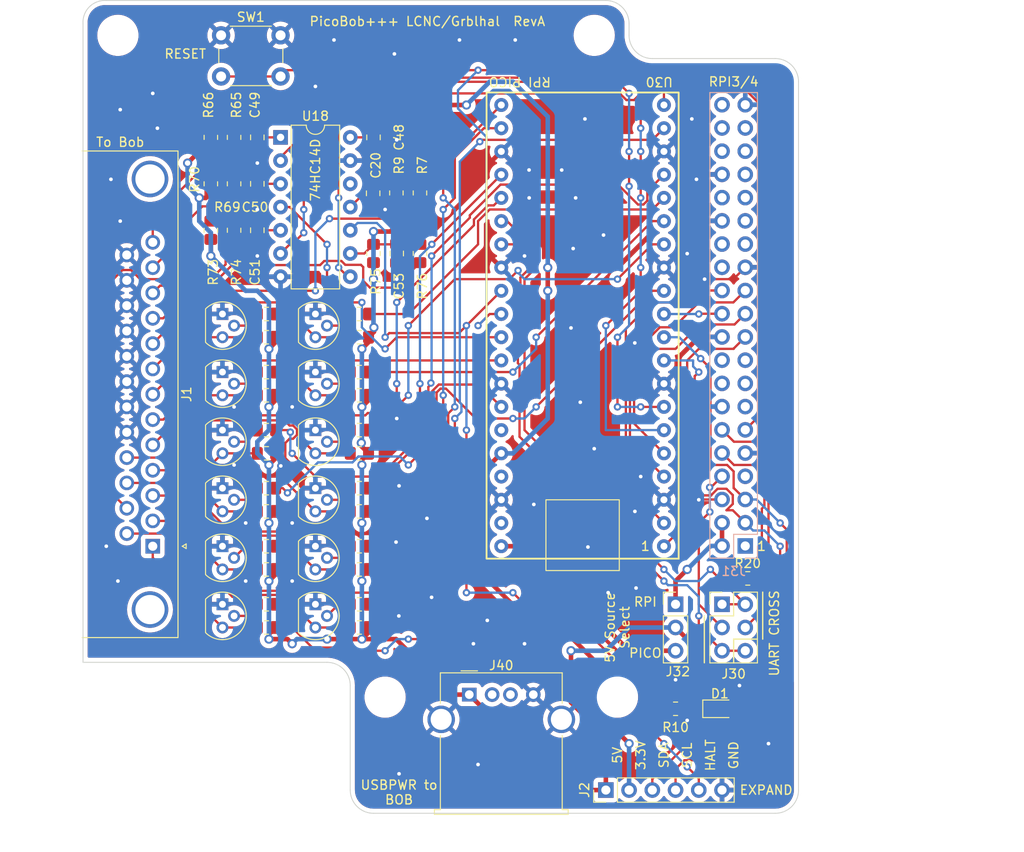
<source format=kicad_pcb>
(kicad_pcb (version 20211014) (generator pcbnew)
  (layers (0 "F.Cu" signal) (31 "B.Cu" signal) (34 "B.Paste" user) (35 "F.Paste" user) (36 "B.SilkS" user "B.Silkscreen") (37 "F.SilkS" user "F.Silkscreen") (38 "B.Mask" user) (39 "F.Mask" user) (44 "Edge.Cuts" user))
  (property "ADDRESS1" "Schematic")
  (property "ADDRESS2" "")
  (property "ADDRESS3" "")
  (property "ADDRESS4" "")
  (property "AUTHOR" "AM")
  (property "CONFIGURATIONPARAMETERS" "")
  (property "CONFIGURATORNAME" "")
  (property "DOCUMENTNUMBER" "4")
  (property "DRAWNBY" "A.Marles")
  (property "ENGINEER" "AM")
  (property "ISUSERCONFIGURABLE" "")
  (property "ORGANIZATION" "Expatria Technolgoies")
  (property "PAGESETUP" "")
  (property "PCB_REV" "")
  (property "PRJ_NUMBER" "")
  (property "SHEETTOTAL" "4")
  (property "SPICEMODELCACHE" "")
  (property "VERSIONCONTROL_PROJFOLDERREVNUMBER" "")
  (property "VERSIONCONTROL_REVNUMBER" "")
  (net 0 "")
  (net 1 "GND")
  (net 2 "Net-(C20-Pad2)")
  (net 3 "+3.3V")
  (net 4 "Net-(C49-Pad2)")
  (net 5 "Net-(C50-Pad2)")
  (net 6 "Net-(C51-Pad2)")
  (net 7 "Net-(C53-Pad2)")
  (net 8 "/SPINDLE_PWM_5V")
  (net 9 "/STEP_X_5V")
  (net 10 "/DIR_X_5V")
  (net 11 "/STEP_Y_5V")
  (net 12 "/DIR_Y_5V")
  (net 13 "/STEP_Z_5V")
  (net 14 "/DIR_Z_5V")
  (net 15 "/STEP_A_5V")
  (net 16 "/DIR_A_5V")
  (net 17 "/HALT_5V")
  (net 18 "/PROBE_5V")
  (net 19 "/X_LIM_5V")
  (net 20 "/Y_LIM_5V")
  (net 21 "/STP_EN_XYZAB_5V")
  (net 22 "/Z_LIM_5V")
  (net 23 "/STEP_B_5V")
  (net 24 "/DIR_B_5V")
  (net 25 "+5V")
  (net 26 "/RXD_INT")
  (net 27 "/TXD_INT")
  (net 28 "/TXD_PI")
  (net 29 "/RXD_PI")
  (net 31 "/RPI_5V")
  (net 32 "/SDA")
  (net 33 "/SCL")
  (net 35 "/PICO_RUN")
  (net 36 "Net-(J31-Pad12)")
  (net 42 "/SPI_MOSI")
  (net 43 "/SPI_MISO")
  (net 44 "/PRU_RESET")
  (net 45 "/SPI_CLK")
  (net 46 "/SPI_CS_JOG_SW")
  (net 59 "/PICO_5V")
  (net 60 "/DIR_A")
  (net 61 "/STEP_A")
  (net 62 "/DIR_B")
  (net 63 "/STEP_B")
  (net 64 "/STP_EN_XYZAB")
  (net 65 "/SPINDLE_PWM")
  (net 66 "/DIR_X")
  (net 67 "/STEP_X")
  (net 68 "/DIR_Y")
  (net 69 "/STEP_Y")
  (net 70 "/DIR_Z")
  (net 71 "/STEP_Z")
  (net 72 "/Y_LIM")
  (net 73 "/X_LIM")
  (net 74 "/Z_LIM")
  (net 75 "/PROBE")
  (net 76 "/HALT")
  (net 81 "/PICO_BOOT")
  (net 84 "Net-(Q_Ad_13-Pad2)")
  (net 85 "Net-(Q_As_13-Pad2)")
  (net 86 "Net-(Q_Bd_13-Pad2)")
  (net 87 "Net-(Q_Bs_13-Pad2)")
  (net 88 "Net-(Q_EN_13-Pad2)")
  (net 89 "Net-(Q_PWM_13-Pad2)")
  (net 90 "Net-(Q_Xd_13-Pad2)")
  (net 91 "Net-(Q_Xs_13-Pad2)")
  (net 92 "Net-(Q_Yd_13-Pad2)")
  (net 93 "Net-(Q_Ys_13-Pad2)")
  (net 94 "Net-(Q_Zd_13-Pad2)")
  (net 95 "Net-(Q_Zs_13-Pad2)")
  (net 96 "Net-(D1-Pad1)")
  (footprint "Resistor_SMD:R_0805_2012Metric_Pad1.20x1.40mm_HandSolder" (layer "F.Cu") (at 90.17 118.84 -90)
    (fp_text reference "R7")
    (fp_text value "100KΩ ±1%")
  )
  (footprint "Resistor_SMD:R_0805_2012Metric_Pad1.20x1.40mm_HandSolder" (layer "F.Cu") (at 73.39 157.48 180)
    (fp_text reference "R_Xs_83" hide)
    (fp_text value "2.2kΩ ±1%")
  )
  (footprint "Resistor_SMD:R_0805_2012Metric_Pad1.20x1.40mm_HandSolder" (layer "F.Cu") (at 73.39 132.08 180)
    (fp_text reference "R_As_83" hide)
    (fp_text value "2.2kΩ ±1%")
  )
  (footprint "Resistor_SMD:R_0805_2012Metric_Pad1.20x1.40mm_HandSolder" (layer "F.Cu") (at 69.85 117.84 90)
    (fp_text reference "R70")
    (fp_text value "510Ω ±1%")
  )
  (footprint "Resistor_SMD:R_0805_2012Metric_Pad1.20x1.40mm_HandSolder" (layer "F.Cu") (at 67.31 112.76 -90)
    (fp_text reference "R65")
    (fp_text value "100KΩ ±1%")
  )
  (footprint "Package_TO_SOT_THT:TO-92" (layer "F.Cu") (at 78.74 163.83 -90)
    (fp_text reference "Q_EN_13" hide)
    (fp_text value "2n3904")
  )
  (footprint "Resistor_SMD:R_0805_2012Metric_Pad1.20x1.40mm_HandSolder" (layer "F.Cu") (at 83.55 151.13 180)
    (fp_text reference "R_Bd_83" hide)
    (fp_text value "2.2kΩ ±1%")
  )
  (footprint "Capacitor_SMD:C_0805_2012Metric_Pad1.18x1.45mm_HandSolder" (layer "F.Cu") (at 72.39 117.84 90)
    (fp_text reference "C50")
    (fp_text value "10nF")
  )
  (footprint "Resistor_SMD:R_0805_2012Metric_Pad1.20x1.40mm_HandSolder" (layer "F.Cu") (at 69.85 122.92 90)
    (fp_text reference "R74")
    (fp_text value "510Ω ±1%")
  )
  (footprint "Resistor_SMD:R_0805_2012Metric_Pad1.20x1.40mm_HandSolder" (layer "F.Cu") (at 83.55 166.37)
    (fp_text reference "R_EN_56" hide)
    (fp_text value "510Ω ±1%")
  )
  (footprint "Resistor_SMD:R_0805_2012Metric_Pad1.20x1.40mm_HandSolder" (layer "F.Cu") (at 83.55 147.32)
    (fp_text reference "R_Yd_56" hide)
    (fp_text value "510Ω ±1%")
  )
  (footprint "Resistor_SMD:R_0805_2012Metric_Pad1.20x1.40mm_HandSolder" (layer "F.Cu") (at 73.39 163.83 180)
    (fp_text reference "R_PWM_83" hide)
    (fp_text value "2.2kΩ ±1%")
  )
  (footprint "Resistor_SMD:R_0805_2012Metric_Pad1.20x1.40mm_HandSolder" (layer "F.Cu") (at 83.55 138.43 180)
    (fp_text reference "R_Zd_83" hide)
    (fp_text value "2.2kΩ ±1%")
  )
  (footprint "Capacitor_SMD:C_0805_2012Metric_Pad1.18x1.45mm_HandSolder" (layer "F.Cu") (at 87.63 125.46 90)
    (fp_text reference "C53")
    (fp_text value "10nF")
  )
  (footprint "Package_TO_SOT_THT:TO-92" (layer "F.Cu") (at 68.58 132.08 -90)
    (fp_text reference "Q_As_13" hide)
    (fp_text value "2n3904" hide)
  )
  (footprint "Connector_Dsub:DSUB-25_Female_Horizontal_P2.77x2.84mm_EdgePinOffset4.94mm_Housed_MountingHolesOffset7.48mm" (layer "F.Cu") (at 60.96 157.48 -90)
    (fp_text reference "J1")
    (fp_text value "D-DMR025PF-D002")
  )
  (footprint "Capacitor_SMD:C_0805_2012Metric_Pad1.18x1.45mm_HandSolder" (layer "F.Cu") (at 85.0525 118.8775 90)
    (fp_text reference "C20")
    (fp_text value "10nF")
  )
  (footprint "Resistor_SMD:R_0805_2012Metric_Pad1.20x1.40mm_HandSolder" (layer "F.Cu") (at 83.55 157.48 180)
    (fp_text reference "R_Xd_83" hide)
    (fp_text value "2.2kΩ ±1%")
  )
  (footprint "Package_TO_SOT_THT:TO-92" (layer "F.Cu") (at 78.74 157.48 -90)
    (fp_text reference "Q_Xd_13" hide)
    (fp_text value "2n3904")
  )
  (footprint "MountingHole:MountingHole_3.5mm" (layer "F.Cu") (at 57.15 101.6)
    (fp_text reference "REF**" hide)
    (fp_text value "MountingHole_3.5mm")
  )
  (footprint "Resistor_SMD:R_0805_2012Metric_Pad1.20x1.40mm_HandSolder" (layer "F.Cu") (at 118.11 175.26)
    (fp_text reference "R10")
    (fp_text value "5.1KΩ ±1%")
  )
  (footprint "Resistor_SMD:R_0805_2012Metric_Pad1.20x1.40mm_HandSolder" (layer "F.Cu") (at 83.55 144.78 180)
    (fp_text reference "R_Yd_83" hide)
    (fp_text value "2.2kΩ ±1%")
  )
  (footprint "Resistor_SMD:R_0805_2012Metric_Pad1.20x1.40mm_HandSolder" (layer "F.Cu") (at 83.55 132.08 180)
    (fp_text reference "R_Ad_83" hide)
    (fp_text value "2.2kΩ ±1%")
  )
  (footprint "Button_Switch_THT:SW_PUSH_6mm" (layer "F.Cu") (at 68.43 101.6)
    (fp_text reference "SW1")
    (fp_text value "SKRTLAE010")
  )
  (footprint "Resistor_SMD:R_0805_2012Metric_Pad1.20x1.40mm_HandSolder" (layer "F.Cu") (at 67.31 122.92 -90)
    (fp_text reference "R73")
    (fp_text value "100KΩ ±1%")
  )
  (footprint "Connector_USB:USB_A_Molex_67643_Horizontal" (layer "F.Cu") (at 95.56 173.71)
    (fp_text reference "J40")
    (fp_text value "USB_A")
  )
  (footprint "Resistor_SMD:R_0805_2012Metric_Pad1.20x1.40mm_HandSolder" (layer "F.Cu") (at 73.39 144.78 180)
    (fp_text reference "R_Ys_83" hide)
    (fp_text value "2.2kΩ ±1%")
  )
  (footprint "Resistor_SMD:R_0805_2012Metric_Pad1.20x1.40mm_HandSolder" (layer "F.Cu") (at 73.39 160.02)
    (fp_text reference "R_Xs_56" hide)
    (fp_text value "510Ω ±1%")
  )
  (footprint "Resistor_SMD:R_0805_2012Metric_Pad1.20x1.40mm_HandSolder" (layer "F.Cu") (at 73.39 134.62)
    (fp_text reference "R_As_56" hide)
    (fp_text value "510Ω ±1%")
  )
  (footprint "Resistor_SMD:R_0805_2012Metric_Pad1.20x1.40mm_HandSolder" (layer "F.Cu") (at 73.39 147.32)
    (fp_text reference "R_Ys_56" hide)
    (fp_text value "510Ω ±1%")
  )
  (footprint "Resistor_SMD:R_0805_2012Metric_Pad1.20x1.40mm_HandSolder" (layer "F.Cu") (at 69.85 112.76 90)
    (fp_text reference "R66")
    (fp_text value "510Ω ±1%")
  )
  (footprint "Resistor_SMD:R_0805_2012Metric_Pad1.20x1.40mm_HandSolder" (layer "F.Cu") (at 73.39 166.37)
    (fp_text reference "R_PWM_56" hide)
    (fp_text value "510Ω ±1%")
  )
  (footprint "Resistor_SMD:R_0805_2012Metric_Pad1.20x1.40mm_HandSolder" (layer "F.Cu") (at 73.39 151.13 180)
    (fp_text reference "R_Bs_83" hide)
    (fp_text value "2.2kΩ ±1%")
  )
  (footprint "Resistor_SMD:R_0805_2012Metric_Pad1.20x1.40mm_HandSolder" (layer "F.Cu") (at 83.55 160.02)
    (fp_text reference "R_Xd_56" hide)
    (fp_text value "510Ω ±1%")
  )
  (footprint "Connector_PinHeader_2.54mm:PinHeader_1x03_P2.54mm_Vertical" (layer "F.Cu") (at 118.11 163.83)
    (fp_text reference "J32")
    (fp_text value "Conn_01x03_Male")
  )
  (footprint "Connector_PinHeader_2.54mm:PinHeader_2x03_P2.54mm_Vertical" (layer "F.Cu") (at 123.19 163.83)
    (fp_text reference "J30")
    (fp_text value "Conn_02x03_Odd_Even")
  )
  (footprint "Resistor_SMD:R_0805_2012Metric_Pad1.20x1.40mm_HandSolder" (layer "F.Cu") (at 83.55 153.67)
    (fp_text reference "R_Bd_56" hide)
    (fp_text value "510Ω ±1%")
  )
  (footprint "Connector_PinHeader_2.54mm:PinHeader_1x06_P2.54mm_Vertical" (layer "F.Cu") (at 110.49 184.15 90)
    (fp_text reference "J2")
    (fp_text value "Conn_01x06_Male")
  )
  (footprint "Package_DIP:DIP-14_W7.62mm" (layer "F.Cu") (at 74.93 112.76)
    (fp_text reference "U18")
    (fp_text value "74HC14D")
  )
  (footprint "Package_TO_SOT_THT:TO-92" (layer "F.Cu") (at 68.58 163.83 -90)
    (fp_text reference "Q_PWM_13" hide)
    (fp_text value "2n3904")
  )
  (footprint "PicoBobLibrary:RPI_PICO" (layer "F.Cu") (at 109.22 121.92 180)
    (fp_text reference "U30")
    (fp_text value "PICO")
  )
  (footprint "Package_TO_SOT_THT:TO-92" (layer "F.Cu") (at 78.74 138.43 -90)
    (fp_text reference "Q_Zd_13" hide)
    (fp_text value "2n3904")
  )
  (footprint "MountingHole:MountingHole_3.5mm" (layer "F.Cu") (at 86.36 173.99)
    (fp_text reference "REF**" hide)
    (fp_text value "MountingHole_3.5mm")
  )
  (footprint "Capacitor_SMD:C_0805_2012Metric_Pad1.18x1.45mm_HandSolder" (layer "F.Cu") (at 72.39 122.92 90)
    (fp_text reference "C51")
    (fp_text value "10nF")
  )
  (footprint "Package_TO_SOT_THT:TO-92" (layer "F.Cu") (at 68.58 151.13 -90)
    (fp_text reference "Q_Bs_13" hide)
    (fp_text value "2n3904")
  )
  (footprint "Package_TO_SOT_THT:TO-92" (layer "F.Cu") (at 78.74 144.78 -90)
    (fp_text reference "Q_Yd_13" hide)
    (fp_text value "2n3904")
  )
  (footprint "Resistor_SMD:R_0805_2012Metric_Pad1.20x1.40mm_HandSolder" (layer "F.Cu") (at 87.5925 118.84 90)
    (fp_text reference "R9")
    (fp_text value "510Ω ±1%")
  )
  (footprint "LED_SMD:LED_0805_2012Metric_Pad1.15x1.40mm_HandSolder" (layer "F.Cu") (at 122.945 175.26)
    (fp_text reference "D1")
    (fp_text value "LED")
  )
  (footprint "Capacitor_SMD:C_0805_2012Metric_Pad1.18x1.45mm_HandSolder" (layer "F.Cu") (at 85.09 112.76 -90)
    (fp_text reference "C48")
    (fp_text value "1.0uF")
  )
  (footprint "Resistor_SMD:R_0805_2012Metric_Pad1.20x1.40mm_HandSolder" (layer "F.Cu") (at 126 161)
    (fp_text reference "R20")
    (fp_text value "0")
  )
  (footprint "Resistor_SMD:R_0805_2012Metric_Pad1.20x1.40mm_HandSolder" (layer "F.Cu") (at 85.09 125.46 -90)
    (fp_text reference "R75")
    (fp_text value "100KΩ ±1%")
  )
  (footprint "Resistor_SMD:R_0805_2012Metric_Pad1.20x1.40mm_HandSolder" (layer "F.Cu") (at 83.55 163.83 180)
    (fp_text reference "R_EN_83" hide)
    (fp_text value "2.2kΩ ±1%")
  )
  (footprint "Resistor_SMD:R_0805_2012Metric_Pad1.20x1.40mm_HandSolder" (layer "F.Cu") (at 83.55 134.62)
    (fp_text reference "R_Ad_56" hide)
    (fp_text value "510Ω ±1%")
  )
  (footprint "Package_TO_SOT_THT:TO-92" (layer "F.Cu") (at 78.74 132.08 -90)
    (fp_text reference "Q_Ad_13" hide)
    (fp_text value "2n3904")
  )
  (footprint "Resistor_SMD:R_0805_2012Metric_Pad1.20x1.40mm_HandSolder" (layer "F.Cu") (at 67.31 117.84 -90)
    (fp_text reference "R69")
    (fp_text value "100KΩ ±1%")
  )
  (footprint "Package_TO_SOT_THT:TO-92" (layer "F.Cu") (at 68.58 138.43 -90)
    (fp_text reference "Q_Zs_13" hide)
    (fp_text value "2n3904")
  )
  (footprint "Resistor_SMD:R_0805_2012Metric_Pad1.20x1.40mm_HandSolder" (layer "F.Cu") (at 73.39 138.43 180)
    (fp_text reference "R_Zs_83" hide)
    (fp_text value "2.2kΩ ±1%")
  )
  (footprint "Resistor_SMD:R_0805_2012Metric_Pad1.20x1.40mm_HandSolder" (layer "F.Cu") (at 73.39 153.67)
    (fp_text reference "R_Bs_56" hide)
    (fp_text value "510Ω ±1%")
  )
  (footprint "Resistor_SMD:R_0805_2012Metric_Pad1.20x1.40mm_HandSolder" (layer "F.Cu") (at 90.17 125.46 90)
    (fp_text reference "R76")
    (fp_text value "510Ω ±1%")
  )
  (footprint "MountingHole:MountingHole_3.5mm" (layer "F.Cu") (at 111.76 173.99)
    (fp_text reference "REF**" hide)
    (fp_text value "MountingHole_3.5mm")
  )
  (footprint "Capacitor_SMD:C_0805_2012Metric_Pad1.18x1.45mm_HandSolder" (layer "F.Cu") (at 72.39 112.76 90)
    (fp_text reference "C49")
    (fp_text value "10nF")
  )
  (footprint "Package_TO_SOT_THT:TO-92" (layer "F.Cu") (at 78.74 151.13 -90)
    (fp_text reference "Q_Bd_13" hide)
    (fp_text value "2n3904")
  )
  (footprint "MountingHole:MountingHole_3.5mm" (layer "F.Cu") (at 109.22 101.6)
    (fp_text reference "REF**" hide)
    (fp_text value "MountingHole_3.5mm")
  )
  (footprint "Package_TO_SOT_THT:TO-92" (layer "F.Cu") (at 68.58 144.78 -90)
    (fp_text reference "Q_Ys_13" hide)
    (fp_text value "2n3904")
  )
  (footprint "Package_TO_SOT_THT:TO-92" (layer "F.Cu") (at 68.58 157.48 -90)
    (fp_text reference "Q_Xs_13" hide)
    (fp_text value "2n3904")
  )
  (footprint "Resistor_SMD:R_0805_2012Metric_Pad1.20x1.40mm_HandSolder" (layer "F.Cu") (at 73.39 140.97)
    (fp_text reference "R_Zs_56" hide)
    (fp_text value "510Ω ±1%")
  )
  (footprint "Resistor_SMD:R_0805_2012Metric_Pad1.20x1.40mm_HandSolder" (layer "F.Cu") (at 83.55 140.97)
    (fp_text reference "R_Zd_56" hide)
    (fp_text value "510Ω ±1%")
  )
  (footprint "PicoBobLibrary:RaspberryPi" (layer "B.Cu") (at 125.73 157.45)
    (fp_text reference "J31")
    (fp_text value "Raspberry_Pi_2_3")
  )
  (gr_line (start 124.46 167.64) (end 127 167.64) (layer "F.SilkS") (width 0.15))
  (gr_line (start 127.635 162.5) (end 127.635 167.64) (layer "F.SilkS") (width 0.15))
  (gr_line (start 121.255 165.1) (end 121.257878 170.224803) (layer "F.SilkS") (width 0.15))
  (gr_line (start 124.46 167.64) (end 124.46 170.24) (layer "F.SilkS") (width 0.15))
  (gr_arc (start 110.49 97.79) (mid 112.286051 98.533949) (end 113.03 100.33) (layer "Edge.Cuts") (width 0.1))
  (gr_line (start 82.55 184.15) (end 82.55 172.72) (layer "Edge.Cuts") (width 0.1))
  (gr_line (start 113.03 100.33) (end 113.03 101.6) (layer "Edge.Cuts") (width 0.1))
  (gr_arc (start 85.09 186.69) (mid 83.293949 185.946051) (end 82.55 184.15) (layer "Edge.Cuts") (width 0.1))
  (gr_line (start 129.013949 104.14) (end 115.57 104.14) (layer "Edge.Cuts") (width 0.1))
  (gr_line (start 131.553949 106.68) (end 131.553949 184.15) (layer "Edge.Cuts") (width 0.1))
  (gr_line (start 129.013949 186.69) (end 85.09 186.69) (layer "Edge.Cuts") (width 0.1))
  (gr_line (start 53.34 170.18) (end 53.34 100.33) (layer "Edge.Cuts") (width 0.1))
  (gr_arc (start 115.57 104.14) (mid 113.773949 103.396051) (end 113.03 101.6) (layer "Edge.Cuts") (width 0.1))
  (gr_arc (start 131.553949 184.15) (mid 130.81 185.946051) (end 129.013949 186.69) (layer "Edge.Cuts") (width 0.1))
  (gr_line (start 55.88 97.79) (end 110.49 97.79) (layer "Edge.Cuts") (width 0.1))
  (gr_arc (start 53.34 100.33) (mid 54.032155 98.482155) (end 55.88 97.79) (layer "Edge.Cuts") (width 0.1))
  (gr_arc (start 80.01 170.18) (mid 81.806051 170.923949) (end 82.55 172.72) (layer "Edge.Cuts") (width 0.1))
  (gr_arc (start 129.013949 104.14) (mid 130.81 104.883949) (end 131.553949 106.68) (layer "Edge.Cuts") (width 0.1))
  (gr_line (start 80.01 170.18) (end 53.34 170.18) (layer "Edge.Cuts") (width 0.1))
  (gr_text "EXPAND" (at 128.016 184.15) (layer "F.SilkS") (effects (font (size 1 1))))
  (gr_text "UART CROSS" (at 128.905 167.005 90) (layer "F.SilkS") (effects (font (size 1 1))))
  (gr_text "3.3V" (at 114.3 180.34 90) (layer "F.SilkS") (effects (font (size 1 1))))
  (gr_text "74HC14D" (at 78.74 116.332 90) (layer "F.SilkS") (effects (font (size 1 1))))
  (gr_text "RPI3/4" (at 124.46 106.68) (layer "F.SilkS") (effects (font (size 1 1))))
  (gr_text "USBPWR to\nBOB" (at 87.884 184.404) (layer "F.SilkS") (effects (font (size 1 1))))
  (gr_text "PicoBob+++ LCNC/Grblhal " (at 88.9 100.076) (layer "F.SilkS") (effects (font (size 1 1))))
  (gr_text "RESET" (at 64.516 103.632) (layer "F.SilkS") (effects (font (size 1 1))))
  (gr_text "RPI PICO" (at 101.092 106.68 180) (layer "F.SilkS") (effects (font (size 1 1))))
  (gr_text "SCL" (at 119.38 180.34 90) (layer "F.SilkS") (effects (font (size 1 1))))
  (gr_text "RevA" (at 102.108 100.076) (layer "F.SilkS") (effects (font (size 1 1))))
  (gr_text "5V" (at 111.76 180.34 90) (layer "F.SilkS") (effects (font (size 1 1))))
  (gr_text "SDA" (at 116.84 180.34 90) (layer "F.SilkS") (effects (font (size 1 1))))
  (gr_text "GND" (at 124.46 180.34 90) (layer "F.SilkS") (effects (font (size 1 1))))
  (gr_text "RPI" (at 114.808 163.576) (layer "F.SilkS") (effects (font (size 1 1))))
  (gr_text "To Bob" (at 57.404 113.284) (layer "F.SilkS") (effects (font (size 1 1))))
  (gr_text "5V Source\nSelect" (at 111.76 166.37 90) (layer "F.SilkS") (effects (font (size 1 1))))
  (gr_text "PICO" (at 114.808 169.164) (layer "F.SilkS") (effects (font (size 1 1))))
  (gr_text "1" (at 114.808 157.48) (layer "F.SilkS") (effects (font (size 1 1))))
  (gr_text "1" (at 127.508 157.48) (layer "F.SilkS") (effects (font (size 1 1))))
  (gr_text "HALT" (at 121.92 180.34 90) (layer "F.SilkS") (effects (font (size 1 1))))
  (segment (start 86.8625 113.7975) (end 87.63 113.03) (width 0.25) (layer "F.Cu") (net 1))
  (segment (start 72.503082 155.873082) (end 74.593082 155.873082) (width 0.25) (layer "F.Cu") (net 1))
  (segment (start 76.2 154.94) (end 76.2 156.21) (width 0.25) (layer "F.Cu") (net 1))
  (segment (start 74.93 149.86) (end 74.93 148.719322) (width 0.25) (layer "F.Cu") (net 1))
  (segment (start 71.12 149.86) (end 69.85 148.59) (width 0.25) (layer "F.Cu") (net 1))
  (segment (start 123.19 134.59) (end 120.68 134.59) (width 0.25) (layer "F.Cu") (net 1))
  (segment (start 85.625 119.915) (end 86.36 120.65) (width 0.25) (layer "F.Cu") (net 1))
  (segment (start 107.188 119.38) (end 102.108 119.38) (width 0.25) (layer "F.Cu") (net 1))
  (segment (start 74.93 148.719322) (end 74.954328 148.694994) (width 0.25) (layer "F.Cu") (net 1))
  (segment (start 119.11 176.26) (end 119.38 176.53) (width 0.25) (layer "F.Cu") (net 1))
  (segment (start 99.06 127) (end 100.33 125.73) (width 0.25) (layer "F.Cu") (net 1))
  (segment (start 105.664 116.332) (end 102.100698 116.332) (width 0.25) (layer "F.Cu") (net 1))
  (segment (start 74.93 149.86) (end 71.12 149.86) (width 0.25) (layer "F.Cu") (net 1))
  (segment (start 72.39 118.8775) (end 72.39 120.65) (width 0.25) (layer "F.Cu") (net 1))
  (segment (start 123.19 152.37) (end 120.68 152.37) (width 0.25) (layer "F.Cu") (net 1))
  (segment (start 102.100698 116.332) (end 102.0958 116.327102) (width 0.25) (layer "F.Cu") (net 1))
  (segment (start 87.63 126.4975) (end 87.63 128.27) (width 0.25) (layer "F.Cu") (net 1))
  (segment (start 75.75 155.76) (end 74.706163 155.76) (width 0.25) (layer "F.Cu") (net 1))
  (segment (start 75.135 162.355) (end 76.2 161.29) (width 0.25) (layer "F.Cu") (net 1))
  (segment (start 85.09 113.7975) (end 86.8625 113.7975) (width 0.25) (layer "F.Cu") (net 1))
  (segment (start 120.68 152.37) (end 120.65 152.4) (width 0.25) (layer "F.Cu") (net 1))
  (segment (start 124.43 128.27) (end 121.285 128.27) (width 0.25) (layer "F.Cu") (net 1))
  (segment (start 100.33 125.73) (end 101.6 125.73) (width 0.25) (layer "F.Cu") (net 1))
  (segment (start 72.185 162.355) (end 75.135 162.355) (width 0.25) (layer "F.Cu") (net 1))
  (segment (start 76.2 156.21) (end 75.75 155.76) (width 0.25) (layer "F.Cu") (net 1))
  (segment (start 85.0525 119.915) (end 85.625 119.915) (width 0.25) (layer "F.Cu") (net 1))
  (segment (start 125.73 126.97) (end 124.43 128.27) (width 0.25) (layer "F.Cu") (net 1))
  (segment (start 119.11 175.26) (end 119.11 176.26) (width 0.25) (layer "F.Cu") (net 1))
  (segment (start 118.11 137.16) (end 118.11 138.43) (width 0.25) (layer "F.Cu") (net 1))
  (segment (start 118.11 138.43) (end 116.84 139.7) (width 0.25) (layer "F.Cu") (net 1))
  (segment (start 120.68 134.59) (end 118.11 137.16) (width 0.25) (layer "F.Cu") (net 1))
  (segment (start 71.94 155.76) (end 72.39 155.76) (width 0.25) (layer "F.Cu") (net 1))
  (segment (start 72.39 123.9575) (end 72.39 125.73) (width 0.25) (layer "F.Cu") (net 1))
  (segment (start 72.39 113.7975) (end 72.39 115.57) (width 0.25) (layer "F.Cu") (net 1))
  (segment (start 71.12 154.94) (end 71.94 155.76) (width 0.25) (layer "F.Cu") (net 1))
  (segment (start 71.12 161.29) (end 72.185 162.355) (width 0.25) (layer "F.Cu") (net 1))
  (segment (start 72.39 155.76) (end 72.503082 155.873082) (width 0.25) (layer "F.Cu") (net 1))
  (via (at 57.15 161.29) (size 0.8) (drill 0.4) (layers "F.Cu" "B.Cu") (net 1))
  (via (at 119.38 125.476) (size 1) (drill 0.4) (layers "F.Cu" "B.Cu") (net 1))
  (via (at 113.792 162.052) (size 1) (drill 0.4) (layers "F.Cu" "B.Cu") (net 1))
  (via (at 105.664 116.332) (size 1) (drill 0.4) (layers "F.Cu" "B.Cu") (net 1))
  (via (at 96.012 168.148) (size 1) (drill 0.4) (layers "F.Cu" "B.Cu") (net 1))
  (via (at 125.095 172.72) (size 0.8) (drill 0.4) (layers "F.Cu" "B.Cu") (net 1))
  (via (at 102.108 119.38) (size 1) (drill 0.4) (layers "F.Cu" "B.Cu") (net 1))
  (via (at 128.27 179.07) (size 0.8) (drill 0.4) (layers "F.Cu" "B.Cu") (net 1))
  (via (at 60.96 107.95) (size 1) (drill 0.4) (layers "F.Cu" "B.Cu") (net 1))
  (via (at 107.188 119.38) (size 1) (drill 0.4) (layers "F.Cu" "B.Cu") (net 1))
  (via (at 108.204 110.744) (size 1) (drill 0.4) (layers "F.Cu" "B.Cu") (net 1))
  (via (at 87.63 113.03) (size 0.8) (drill 0.4) (layers "F.Cu" "B.Cu") (net 1))
  (via (at 97.529681 165.593201) (size 1) (drill 0.4) (layers "F.Cu" "B.Cu") (net 1))
  (via (at 76.2 142.24) (size 0.8) (drill 0.4) (layers "F.Cu" "B.Cu") (net 1))
  (via (at 87.553829 157.027817) (size 1) (drill 0.4) (layers "F.Cu" "B.Cu") (net 1))
  (via (at 101.6 168.148) (size 1) (drill 0.4) (layers "F.Cu" "B.Cu") (net 1))
  (via (at 121.285 128.27) (size 0.8) (drill 0.4) (layers "F.Cu" "B.Cu") (net 1))
  (via (at 57.404 109.728) (size 1) (drill 0.4) (layers "F.Cu" "B.Cu") (net 1))
  (via (at 71.12 161.29) (size 0.8) (drill 0.4) (layers "F.Cu" "B.Cu") (net 1))
  (via (at 96.52 181.356) (size 1) (drill 0.4) (layers "F.Cu" "B.Cu") (net 1))
  (via (at 102.0958 116.327102) (size 1) (drill 0.4) (layers "F.Cu" "B.Cu") (net 1))
  (via (at 119.38 176.53) (size 0.8) (drill 0.4) (layers "F.Cu" "B.Cu") (net 1))
  (via (at 87.63 143.51) (size 0.8) (drill 0.4) (layers "F.Cu" "B.Cu") (net 1))
  (via (at 76.2 154.94) (size 0.8) (drill 0.4) (layers "F.Cu" "B.Cu") (net 1))
  (via (at 106.915701 124.920448) (size 1) (drill 0.4) (layers "F.Cu" "B.Cu") (net 1))
  (via (at 86.36 120.65) (size 0.8) (drill 0.4) (layers "F.Cu" "B.Cu") (net 1))
  (via (at 90.932 154.432) (size 1) (drill 0.4) (layers "F.Cu" "B.Cu") (net 1))
  (via (at 78.74 107.188) (size 1) (drill 0.4) (layers "F.Cu" "B.Cu") (net 1))
  (via (at 87.884 150.876) (size 1) (drill 0.4) (layers "F.Cu" "B.Cu") (net 1))
  (via (at 55.88 157.48) (size 0.8) (drill 0.4) (layers "F.Cu" "B.Cu") (net 1))
  (via (at 114.3 149.86) (size 1) (drill 0.4) (layers "F.Cu" "B.Cu") (net 1))
  (via (at 57.404 121.92) (size 1) (drill 0.4) (layers "F.Cu" "B.Cu") (net 1))
  (via (at 56.388 117.348) (size 1) (drill 0.4) (layers "F.Cu" "B.Cu") (net 1))
  (via (at 110.744 162.56) (size 1) (drill 0.4) (layers "F.Cu" "B.Cu") (net 1))
  (via (at 74.954328 148.694994) (size 0.8) (drill 0.4) (layers "F.Cu" "B.Cu") (net 1))
  (via (at 107.696 141.732) (size 1) (drill 0.4) (layers "F.Cu" "B.Cu") (net 1))
  (via (at 118.11 172.085) (size 0.8) (drill 0.4) (layers "F.Cu" "B.Cu") (net 1))
  (via (at 94.488 102.108) (size 1) (drill 0.4) (layers "F.Cu" "B.Cu") (net 1))
  (via (at 71.12 154.94) (size 0.8) (drill 0.4) (layers "F.Cu" "B.Cu") (net 1))
  (via (at 91.44 163.068) (size 1) (drill 0.4) (layers "F.Cu" "B.Cu") (net 1))
  (via (at 110.236 123.444) (size 1) (drill 0.4) (layers "F.Cu" "B.Cu") (net 1))
  (via (at 87.376 103.632) (size 1) (drill 0.4) (layers "F.Cu" "B.Cu") (net 1))
  (via (at 72.39 115.57) (size 0.8) (drill 0.4) (layers "F.Cu" "B.Cu") (net 1))
  (via (at 100.584 102.108) (size 1) (drill 0.4) (layers "F.Cu" "B.Cu") (net 1))
  (via (at 106.68 133.604) (size 1) (drill 0.4) (layers "F.Cu" "B.Cu") (net 1))
  (via (at 102.616 152.908) (size 1) (drill 0.4) (layers "F.Cu" "B.Cu") (net 1))
  (via (at 113.654075 135.244075) (size 0.8) (drill 0.4) (layers "F.Cu" "B.Cu") (net 1))
  (via (at 108.531327 157.566359) (size 1) (drill 0.4) (layers "F.Cu" "B.Cu") (net 1))
  (via (at 72.39 125.73) (size 0.8) (drill 0.4) (layers "F.Cu" "B.Cu") (net 1))
  (via (at 109.22 146.812) (size 1) (drill 0.4) (layers "F.Cu" "B.Cu") (net 1))
  (via (at 119.888 110.744) (size 1) (drill 0.4) (layers "F.Cu" "B.Cu") (net 1))
  (via (at 87.63 128.27) (size 0.8) (drill 0.4) (layers "F.Cu" "B.Cu") (net 1))
  (via (at 120.65 152.4) (size 0.8) (drill 0.4) (layers "F.Cu" "B.Cu") (net 1))
  (via (at 72.39 120.65) (size 0.8) (drill 0.4) (layers "F.Cu" "B.Cu") (net 1))
  (via (at 101.6 125.73) (size 0.8) (drill 0.4) (layers "F.Cu" "B.Cu") (net 1))
  (via (at 69.85 142.24) (size 0.8) (drill 0.4) (layers "F.Cu" "B.Cu") (net 1))
  (via (at 120.396 117.348) (size 1) (drill 0.4) (layers "F.Cu" "B.Cu") (net 1))
  (via (at 87.861568 165.105948) (size 1) (drill 0.4) (layers "F.Cu" "B.Cu") (net 1))
  (via (at 113.665 153.67) (size 1) (drill 0.4) (layers "F.Cu" "B.Cu") (net 1))
  (via (at 69.85 148.59) (size 0.8) (drill 0.4) (layers "F.Cu" "B.Cu") (net 1))
  (via (at 76.2 161.29) (size 0.8) (drill 0.4) (layers "F.Cu" "B.Cu") (net 1))
  (via (at 87.884 182.372) (size 1) (drill 0.4) (layers "F.Cu" "B.Cu") (net 1))
  (via (at 61.468 111.76) (size 1) (drill 0.4) (layers "F.Cu" "B.Cu") (net 1))
  (via (at 80.772 102.108) (size 1) (drill 0.4) (layers "F.Cu" "B.Cu") (net 1))
  (segment (start 114.935 135.255) (end 113.665 135.255) (width 0.25) (layer "B.Cu") (net 1))
  (segment (start 113.665 135.255) (end 113.654075 135.244075) (width 0.25) (layer "B.Cu") (net 1))
  (segment (start 114.935 131.445) (end 114.935 135.255) (width 0.25) (layer "B.Cu") (net 1))
  (segment (start 118.745 130.81) (end 115.57 130.81) (width 0.25) (layer "B.Cu") (net 1))
  (segment (start 115.57 130.81) (end 114.935 131.445) (width 0.25) (layer "B.Cu") (net 1))
  (segment (start 121.285 128.27) (end 118.745 130.81) (width 0.25) (layer "B.Cu") (net 1))
  (segment (start 85.0525 117.84) (end 85.0525 117.8775) (width 0.25) (layer "F.Cu") (net 2))
  (segment (start 85.0525 117.8775) (end 82.55 120.38) (width 0.25) (layer "F.Cu") (net 2))
  (segment (start 85.0525 117.84) (end 87.5925 117.84) (width 0.25) (layer "F.Cu") (net 2))
  (segment (start 87.5925 117.84) (end 90.17 117.84) (width 0.25) (layer "F.Cu") (net 2))
  (segment (start 95.25 109.22) (end 87.5925 109.22) (width 0.5) (layer "F.Cu") (net 3))
  (segment (start 105.028719 165.774501) (end 109.178835 169.924617) (width 0.5) (layer "F.Cu") (net 3))
  (segment (start 96.52 149.86) (end 96.52 160.092796) (width 0.5) (layer "F.Cu") (net 3))
  (segment (start 109.178835 169.924617) (end 109.178835 175.218835) (width 0.5) (layer "F.Cu") (net 3))
  (segment (start 99.06 147.32) (end 96.52 149.86) (width 0.5) (layer "F.Cu") (net 3))
  (segment (start 96.52 160.092796) (end 102.201705 165.774501) (width 0.5) (layer "F.Cu") (net 3))
  (segment (start 84.0525 112.76) (end 82.55 112.76) (width 0.25) (layer "F.Cu") (net 3))
  (segment (start 104.14 129.54) (end 104.14 127) (width 0.5) (layer "F.Cu") (net 3))
  (segment (start 85.09 111.7225) (end 84.0525 112.76) (width 0.25) (layer "F.Cu") (net 3))
  (segment (start 109.178835 175.218835) (end 113.03 179.07) (width 0.5) (layer "F.Cu") (net 3))
  (segment (start 87.5925 109.22) (end 85.09 111.7225) (width 0.5) (layer "F.Cu") (net 3))
  (segment (start 102.201705 165.774501) (end 105.028719 165.774501) (width 0.5) (layer "F.Cu") (net 3))
  (via (at 104.14 129.54) (size 1) (drill 0.6) (layers "F.Cu" "B.Cu") (net 3))
  (via (at 95.25 109.22) (size 1) (drill 0.6) (layers "F.Cu" "B.Cu") (net 3))
  (via (at 104.14 127) (size 1) (drill 0.6) (layers "F.Cu" "B.Cu") (net 3))
  (via (at 113.03 179.07) (size 1) (drill 0.6) (layers "F.Cu" "B.Cu") (net 3))
  (segment (start 104.14 143.51) (end 104.14 129.54) (width 0.5) (layer "B.Cu") (net 3))
  (segment (start 97.79 106.68) (end 95.25 109.22) (width 0.5) (layer "B.Cu") (net 3))
  (segment (start 100.33 147.32) (end 104.14 143.51) (width 0.5) (layer "B.Cu") (net 3))
  (segment (start 113.03 184.15) (end 113.03 179.07) (width 0.5) (layer "B.Cu") (net 3))
  (segment (start 97.79 106.68) (end 100.33 106.68) (width 0.5) (layer "B.Cu") (net 3))
  (segment (start 100.33 106.68) (end 104.14 110.49) (width 0.5) (layer "B.Cu") (net 3))
  (segment (start 99.06 147.32) (end 100.33 147.32) (width 0.5) (layer "B.Cu") (net 3))
  (segment (start 104.14 127) (end 104.14 110.49) (width 0.5) (layer "B.Cu") (net 3))
  (segment (start 72.39 111.7225) (end 73.4275 112.76) (width 0.25) (layer "F.Cu") (net 4))
  (segment (start 72.39 111.7225) (end 69.8875 111.7225) (width 0.25) (layer "F.Cu") (net 4))
  (segment (start 69.85 111.76) (end 67.31 111.76) (width 0.25) (layer "F.Cu") (net 4))
  (segment (start 69.8875 111.7225) (end 69.85 111.76) (width 0.25) (layer "F.Cu") (net 4))
  (segment (start 73.4275 112.76) (end 74.93 112.76) (width 0.25) (layer "F.Cu") (net 4))
  (segment (start 69.8875 116.8025) (end 69.85 116.84) (width 0.25) (layer "F.Cu") (net 5))
  (segment (start 73.4275 117.84) (end 74.93 117.84) (width 0.25) (layer "F.Cu") (net 5))
  (segment (start 67.31 116.84) (end 69.85 116.84) (width 0.25) (layer "F.Cu") (net 5))
  (segment (start 72.39 116.8025) (end 69.8875 116.8025) (width 0.25) (layer "F.Cu") (net 5))
  (segment (start 72.39 116.8025) (end 73.4275 117.84) (width 0.25) (layer "F.Cu") (net 5))
  (segment (start 73.4275 122.92) (end 74.93 122.92) (width 0.25) (layer "F.Cu") (net 6))
  (segment (start 69.85 121.92) (end 72.3525 121.92) (width 0.25) (layer "F.Cu") (net 6))
  (segment (start 72.39 121.8825) (end 73.4275 122.92) (width 0.25) (layer "F.Cu") (net 6))
  (segment (start 72.3525 121.92) (end 72.39 121.8825) (width 0.25) (layer "F.Cu") (net 6))
  (segment (start 67.31 121.92) (end 69.85 121.92) (width 0.25) (layer "F.Cu") (net 6))
  (segment (start 87.6675 124.46) (end 87.63 124.4225) (width 0.25) (layer "F.Cu") (net 7))
  (segment (start 90.17 124.46) (end 87.6675 124.46) (width 0.25) (layer "F.Cu") (net 7))
  (segment (start 85.09 124.46) (end 84.09 125.46) (width 0.25) (layer "F.Cu") (net 7))
  (segment (start 84.09 125.46) (end 82.55 125.46) (width 0.25) (layer "F.Cu") (net 7))
  (segment (start 85.09 124.46) (end 87.5925 124.46) (width 0.25) (layer "F.Cu") (net 7))
  (segment (start 87.5925 124.46) (end 87.63 124.4225) (width 0.25) (layer "F.Cu") (net 7))
  (segment (start 72.39 166.37) (end 68.58 166.37) (width 0.25) (layer "F.Cu") (net 8))
  (segment (start 60.96 158.75) (end 60.96 157.48) (width 0.25) (layer "F.Cu") (net 8))
  (segment (start 68.58 166.37) (end 60.96 158.75) (width 0.25) (layer "F.Cu") (net 8))
  (segment (start 68.58 160.02) (end 63.27 154.71) (width 0.25) (layer "F.Cu") (net 9))
  (segment (start 68.58 160.02) (end 72.39 160.02) (width 0.25) (layer "F.Cu") (net 9))
  (segment (start 63.27 154.71) (end 60.96 154.71) (width 0.25) (layer "F.Cu") (net 9))
  (segment (start 69.854223 156.323082) (end 74.816918 156.323082) (width 0.25) (layer "F.Cu") (net 10))
  (segment (start 60.96 151.94) (end 65.471141 151.94) (width 0.25) (layer "F.Cu") (net 10))
  (segment (start 76.2 157.48) (end 78.74 160.02) (width 0.25) (layer "F.Cu") (net 10))
  (segment (start 74.948836 156.455) (end 74.978173 156.455) (width 0.25) (layer "F.Cu") (net 10))
  (segment (start 74.816918 156.323082) (end 74.948836 156.455) (width 0.25) (layer "F.Cu") (net 10))
  (segment (start 75.315 156.791827) (end 75.315 157.48) (width 0.25) (layer "F.Cu") (net 10))
  (segment (start 82.55 160.02) (end 78.74 160.02) (width 0.25) (layer "F.Cu") (net 10))
  (segment (start 74.978173 156.455) (end 75.315 156.791827) (width 0.25) (layer "F.Cu") (net 10))
  (segment (start 65.471141 151.94) (end 69.854223 156.323082) (width 0.25) (layer "F.Cu") (net 10))
  (segment (start 75.315 157.48) (end 76.2 157.48) (width 0.25) (layer "F.Cu") (net 10))
  (segment (start 72.39 147.32) (end 68.58 147.32) (width 0.25) (layer "F.Cu") (net 11))
  (segment (start 60.96 149.17) (end 66.73 149.17) (width 0.25) (layer "F.Cu") (net 11))
  (segment (start 66.73 149.17) (end 68.58 147.32) (width 0.25) (layer "F.Cu") (net 11))
  (segment (start 76.097379 143.825999) (end 76.486287 143.825999) (width 0.25) (layer "F.Cu") (net 12))
  (segment (start 60.96 146.4) (end 64.1955 143.1645) (width 0.25) (layer "F.Cu") (net 12))
  (segment (start 75.43588 143.1645) (end 76.097379 143.825999) (width 0.25) (layer "F.Cu") (net 12))
  (segment (start 76.486287 143.825999) (end 77.174001 144.513713) (width 0.25) (layer "F.Cu") (net 12))
  (segment (start 77.174001 145.754001) (end 78.74 147.32) (width 0.25) (layer "F.Cu") (net 12))
  (segment (start 64.1955 143.1645) (end 75.43588 143.1645) (width 0.25) (layer "F.Cu") (net 12))
  (segment (start 77.174001 144.513713) (end 77.174001 145.754001) (width 0.25) (layer "F.Cu") (net 12))
  (segment (start 82.55 147.32) (end 78.74 147.32) (width 0.25) (layer "F.Cu") (net 12))
  (segment (start 68.58 140.97) (end 64.77 140.97) (width 0.25) (layer "F.Cu") (net 13))
  (segment (start 64.77 140.97) (end 62.11 143.63) (width 0.25) (layer "F.Cu") (net 13))
  (segment (start 62.11 143.63) (end 60.96 143.63) (width 0.25) (layer "F.Cu") (net 13))
  (segment (start 72.66 140.97) (end 68.58 140.97) (width 0.25) (layer "F.Cu") (net 13))
  (segment (start 60.96 140.86) (end 64.66 137.16) (width 0.25) (layer "F.Cu") (net 14))
  (segment (start 64.66 137.16) (end 74.93 137.16) (width 0.25) (layer "F.Cu") (net 14))
  (segment (start 74.93 137.16) (end 78.74 140.97) (width 0.25) (layer "F.Cu") (net 14))
  (segment (start 78.74 140.97) (end 82.55 140.97) (width 0.25) (layer "F.Cu") (net 14))
  (segment (start 64.43 134.62) (end 68.58 134.62) (width 0.25) (layer "F.Cu") (net 15))
  (segment (start 68.58 134.62) (end 72.39 134.62) (width 0.25) (layer "F.Cu") (net 15))
  (segment (start 60.96 138.09) (end 64.43 134.62) (width 0.25) (layer "F.Cu") (net 15))
  (segment (start 65.47 130.81) (end 74.93 130.81) (width 0.25) (layer "F.Cu") (net 16))
  (segment (start 60.96 135.32) (end 65.47 130.81) (width 0.25) (layer "F.Cu") (net 16))
  (segment (start 74.93 130.81) (end 78.74 134.62) (width 0.25) (layer "F.Cu") (net 16))
  (segment (start 82.55 134.62) (end 78.74 134.62) (width 0.25) (layer "F.Cu") (net 16))
  (segment (start 87.5925 119.84) (end 87.5925 120.442098) (width 0.25) (layer "F.Cu") (net 17))
  (segment (start 60.96 132.55) (end 62.09137 132.55) (width 0.25) (layer "F.Cu") (net 17))
  (segment (start 65.10137 129.54) (end 78.74 129.54) (width 0.25) (layer "F.Cu") (net 17))
  (segment (start 62.09137 132.55) (end 65.10137 129.54) (width 0.25) (layer "F.Cu") (net 17))
  (segment (start 86.27119 121.3745) (end 85.99569 121.65) (width 0.25) (layer "F.Cu") (net 17))
  (segment (start 87.5925 120.442098) (end 86.660098 121.3745) (width 0.25) (layer "F.Cu") (net 17))
  (segment (start 85.99569 121.65) (end 80.28 121.65) (width 0.25) (layer "F.Cu") (net 17))
  (segment (start 86.660098 121.3745) (end 86.27119 121.3745) (width 0.25) (layer "F.Cu") (net 17))
  (via (at 80.28 121.65) (size 0.8) (drill 0.4) (layers "F.Cu" "B.Cu") (net 17))
  (via (at 78.74 129.54) (size 0.8) (drill 0.4) (layers "F.Cu" "B.Cu") (net 17))
  (segment (start 78.74 123.19) (end 80.28 121.65) (width 0.25) (layer "B.Cu") (net 17))
  (segment (start 78.74 129.54) (end 78.74 123.19) (width 0.25) (layer "B.Cu") (net 17))
  (segment (start 83.965 126.948173) (end 83.716729 126.699902) (width 0.25) (layer "F.Cu") (net 18))
  (segment (start 83.716729 126.699902) (end 82.0045 126.699902) (width 0.25) (layer "F.Cu") (net 18))
  (segment (start 83.965 128.452441) (end 83.965 126.948173) (width 0.25) (layer "F.Cu") (net 18))
  (segment (start 79.255402 126.73) (end 69.627112 126.73) (width 0.25) (layer "F.Cu") (net 18))
  (segment (start 81.580098 126.2755) (end 79.709902 126.2755) (width 0.25) (layer "F.Cu") (net 18))
  (segment (start 84.707059 129.1945) (end 83.965 128.452441) (width 0.25) (layer "F.Cu") (net 18))
  (segment (start 82.0045 126.699902) (end 81.580098 126.2755) (width 0.25) (layer "F.Cu") (net 18))
  (segment (start 67.377111 128.980001) (end 61.759999 128.980001) (width 0.25) (layer "F.Cu") (net 18))
  (segment (start 87.730098 129.1945) (end 84.707059 129.1945) (width 0.25) (layer "F.Cu") (net 18))
  (segment (start 88.3545 128.2755) (end 88.3545 128.570098) (width 0.25) (layer "F.Cu") (net 18))
  (segment (start 88.3545 128.570098) (end 87.730098 129.1945) (width 0.25) (layer "F.Cu") (net 18))
  (segment (start 61.759999 128.980001) (end 60.96 129.78) (width 0.25) (layer "F.Cu") (net 18))
  (segment (start 90.17 126.46) (end 88.3545 128.2755) (width 0.25) (layer "F.Cu") (net 18))
  (segment (start 69.627112 126.73) (end 67.377111 128.980001) (width 0.25) (layer "F.Cu") (net 18))
  (segment (start 79.709902 126.2755) (end 79.255402 126.73) (width 0.25) (layer "F.Cu") (net 18))
  (segment (start 66.3855 120.3045) (end 68.3855 120.3045) (width 0.25) (layer "F.Cu") (net 19))
  (segment (start 68.3855 120.3045) (end 69.85 118.84) (width 0.25) (layer "F.Cu") (net 19))
  (segment (start 60.96 127.01) (end 64.77 123.2) (width 0.25) (layer "F.Cu") (net 19))
  (segment (start 64.77 123.2) (end 64.77 121.92) (width 0.25) (layer "F.Cu") (net 19))
  (segment (start 64.77 121.92) (end 66.3855 120.3045) (width 0.25) (layer "F.Cu") (net 19))
  (segment (start 60.96 121.576827) (end 60.96 124.24) (width 0.25) (layer "F.Cu") (net 20))
  (segment (start 69.85 113.76) (end 67.695 115.915) (width 0.25) (layer "F.Cu") (net 20))
  (segment (start 67.695 115.915) (end 66.621827 115.915) (width 0.25) (layer "F.Cu") (net 20))
  (segment (start 66.621827 115.915) (end 60.96 121.576827) (width 0.25) (layer "F.Cu") (net 20))
  (segment (start 58.12 156.095) (end 62.74931 156.095) (width 0.25) (layer "F.Cu") (net 21))
  (segment (start 69.663811 163.009501) (end 71.306189 163.009501) (width 0.25) (layer "F.Cu") (net 21))
  (segment (start 62.74931 156.095) (end 69.663811 163.009501) (width 0.25) (layer "F.Cu") (net 21))
  (segment (start 82.55 166.37) (end 78.74 166.37) (width 0.25) (layer "F.Cu") (net 21))
  (segment (start 71.306189 163.009501) (end 71.51069 162.805) (width 0.25) (layer "F.Cu") (net 21))
  (segment (start 71.51069 162.805) (end 75.175 162.805) (width 0.25) (layer "F.Cu") (net 21))
  (segment (start 75.175 162.805) (end 78.74 166.37) (width 0.25) (layer "F.Cu") (net 21))
  (segment (start 59.585991 128.27) (end 58.585991 127.27) (width 0.25) (layer "F.Cu") (net 22))
  (segment (start 68.925 124.845) (end 68.925 126.655) (width 0.25) (layer "F.Cu") (net 22))
  (segment (start 59.585991 128.27) (end 67.31 128.27) (width 0.25) (layer "F.Cu") (net 22))
  (segment (start 55.88 151.085) (end 58.12 153.325) (width 0.25) (layer "F.Cu") (net 22))
  (segment (start 69.85 123.92) (end 68.925 124.845) (width 0.25) (layer "F.Cu") (net 22))
  (segment (start 55.88 129.044009) (end 55.88 151.085) (width 0.25) (layer "F.Cu") (net 22))
  (segment (start 57.654009 127.27) (end 55.88 129.044009) (width 0.25) (layer "F.Cu") (net 22))
  (segment (start 68.925 126.655) (end 67.31 128.27) (width 0.25) (layer "F.Cu") (net 22))
  (segment (start 58.585991 127.27) (end 57.654009 127.27) (width 0.25) (layer "F.Cu") (net 22))
  (segment (start 63.5 149.86) (end 64.77 149.86) (width 0.25) (layer "F.Cu") (net 23))
  (segment (start 58.12 150.555) (end 62.805 150.555) (width 0.25) (layer "F.Cu") (net 23))
  (segment (start 64.77 149.86) (end 68.58 153.67) (width 0.25) (layer "F.Cu") (net 23))
  (segment (start 72.39 153.67) (end 68.58 153.67) (width 0.25) (layer "F.Cu") (net 23))
  (segment (start 62.805 150.555) (end 63.5 149.86) (width 0.25) (layer "F.Cu") (net 23))
  (segment (start 75.449501 146.186189) (end 75.91119 145.7245) (width 0.25) (layer "F.Cu") (net 24))
  (segment (start 76.300098 144.2755) (end 75.91119 144.2755) (width 0.25) (layer "F.Cu") (net 24))
  (segment (start 75.449501 150.379501) (end 75.449501 149.340499) (width 0.25) (layer "F.Cu") (net 24))
  (segment (start 75.349691 143.714001) (end 67.105999 143.714001) (width 0.25) (layer "F.Cu") (net 24))
  (segment (start 75.91119 144.2755) (end 75.349691 143.714001) (width 0.25) (layer "F.Cu") (net 24))
  (segment (start 76.7245 145.300098) (end 76.7245 144.699902) (width 0.25) (layer "F.Cu") (net 24))
  (segment (start 75.91119 145.7245) (end 76.300098 145.7245) (width 0.25) (layer "F.Cu") (net 24))
  (segment (start 67.105999 143.714001) (end 63.035 147.785) (width 0.25) (layer "F.Cu") (net 24))
  (segment (start 76.300098 145.7245) (end 76.7245 145.300098) (width 0.25) (layer "F.Cu") (net 24))
  (segment (start 75.449501 147.839501) (end 75.449501 146.186189) (width 0.25) (layer "F.Cu") (net 24))
  (segment (start 75.449501 149.340499) (end 76.2 148.59) (width 0.25) (layer "F.Cu") (net 24))
  (segment (start 76.7245 144.699902) (end 76.300098 144.2755) (width 0.25) (layer "F.Cu") (net 24))
  (segment (start 82.55 153.67) (end 78.74 153.67) (width 0.25) (layer "F.Cu") (net 24))
  (segment (start 78.74 153.67) (end 75.449501 150.379501) (width 0.25) (layer "F.Cu") (net 24))
  (segment (start 76.2 148.59) (end 75.449501 147.839501) (width 0.25) (layer "F.Cu") (net 24))
  (segment (start 63.035 147.785) (end 58.12 147.785) (width 0.25) (layer "F.Cu") (net 24))
  (segment (start 83.82 160.75) (end 84.55 160.02) (width 0.5) (layer "F.Cu") (net 25))
  (segment (start 120.65 168.275) (end 120.015 168.275) (width 0.5) (layer "F.Cu") (net 25))
  (segment (start 83.82 148.05) (end 84.55 147.32) (width 0.5) (layer "F.Cu") (net 25))
  (segment (start 123.97 175.26) (end 123.97 174.77) (width 0.5) (layer "F.Cu") (net 25))
  (segment (start 66.77 119.38) (end 67.31 118.84) (width 0.5) (layer "F.Cu") (net 25))
  (segment (start 85.09 126.46) (end 85.09 128.27) (width 0.5) (layer "F.Cu") (net 25))
  (segment (start 110.49 178.380862) (end 106.68 174.570862) (width 0.5) (layer "F.Cu") (net 25))
  (segment (start 120.015 168.275) (end 118.11 166.37) (width 0.5) (layer "F.Cu") (net 25))
  (segment (start 83.82 161.29) (end 83.82 160.75) (width 0.5) (layer "F.Cu") (net 25))
  (segment (start 74.39 147.32) (end 74.39 147.86) (width 0.5) (layer "F.Cu") (net 25))
  (segment (start 85.09 123.0605) (end 86.9495 123.0605) (width 0.5) (layer "F.Cu") (net 25))
  (segment (start 67.31 113.76) (end 66.58 113.76) (width 0.5) (layer "F.Cu") (net 25))
  (segment (start 83.82 154.4) (end 84.55 153.67) (width 0.5) (layer "F.Cu") (net 25))
  (segment (start 85.136901 133.552413) (end 85.136901 134.033099) (width 0.5) (layer "F.Cu") (net 25))
  (segment (start 110.49 184.15) (end 110.49 178.380862) (width 0.5) (layer "F.Cu") (net 25))
  (segment (start 74.39 147.86) (end 73.66 148.59) (width 0.5) (layer "F.Cu") (net 25))
  (segment (start 73.66 154.4) (end 74.39 153.67) (width 0.5) (layer "F.Cu") (net 25))
  (segment (start 86.9495 123.0605) (end 90.17 119.84) (width 0.5) (layer "F.Cu") (net 25))
  (segment (start 73.66 167.1) (end 74.39 166.37) (width 0.5) (layer "F.Cu") (net 25))
  (segment (start 74.39 141.51) (end 73.66 142.24) (width 0.5) (layer "F.Cu") (net 25))
  (segment (start 120.65 171.45) (end 120.65 168.275) (width 0.5) (layer "F.Cu") (net 25))
  (segment (start 95.56 173.71) (end 93.627204 173.71) (width 0.5) (layer "F.Cu") (net 25))
  (segment (start 74.39 140.97) (end 74.39 141.51) (width 0.5) (layer "F.Cu") (net 25))
  (segment (start 83.82 154.94) (end 83.82 154.4) (width 0.5) (layer "F.Cu") (net 25))
  (segment (start 93.627204 173.71) (end 87.557204 167.64) (width 0.5) (layer "F.Cu") (net 25))
  (segment (start 84.55 166.91) (end 83.82 167.64) (width 0.5) (layer "F.Cu") (net 25))
  (segment (start 84.55 166.37) (end 84.55 166.91) (width 0.5) (layer "F.Cu") (net 25))
  (segment (start 74.39 135.16) (end 73.66 135.89) (width 0.5) (layer "F.Cu") (net 25))
  (segment (start 84.55 141.51) (end 83.82 142.24) (width 0.5) (layer "F.Cu") (net 25))
  (segment (start 74.39 134.62) (end 74.39 135.16) (width 0.5) (layer "F.Cu") (net 25))
  (segment (start 84.55 135.16) (end 83.82 135.89) (width 0.5) (layer "F.Cu") (net 25))
  (segment (start 106.68 174.570862) (end 106.68 168.91) (width 0.5) (layer "F.Cu") (net 25))
  (segment (start 84.55 140.97) (end 84.55 141.51) (width 0.5) (layer "F.Cu") (net 25))
  (segment (start 106 184.15) (end 95.56 173.71) (width 0.5) (layer "F.Cu") (net 25))
  (segment (start 73.66 154.94) (end 73.66 154.4) (width 0.5) (layer "F.Cu") (net 25))
  (segment (start 83.82 167.64) (end 80.01 167.64) (width 0.5) (layer "F.Cu") (net 25))
  (segment (start 83.758726 146.528726) (end 84.55 147.32) (width 0.5) (layer "F.Cu") (net 25))
  (segment (start 110.49 184.15) (end 106 184.15) (width 0.5) (layer "F.Cu") (net 25))
  (segment (start 74.39 160.02) (end 74.39 160.56) (width 0.5) (layer "F.Cu") (net 25))
  (segment (start 73.66 167.64) (end 73.66 167.1) (width 0.5) (layer "F.Cu") (net 25))
  (segment (start 66.04 119.38) (end 66.77 119.38) (width 0.5) (layer "F.Cu") (net 25))
  (segment (start 83.758726 146.182223) (end 83.758726 146.528726) (width 0.5) (layer "F.Cu") (net 25))
  (segment (start 75.692 167.64) (end 73.66 167.64) (width 0.5) (layer "F.Cu") (net 25))
  (segment (start 67.31 123.92) (end 67.31 125.73) (width 0.5) (layer "F.Cu") (net 25))
  (segment (start 84.55 134.62) (end 84.55 135.16) (width 0.5) (layer "F.Cu") (net 25))
  (segment (start 123.97 174.77) (end 120.65 171.45) (width 0.5) (layer "F.Cu") (net 25))
  (segment (start 66.58 113.76) (end 64.77 115.57) (width 0.5) (layer "F.Cu") (net 25))
  (segment (start 85.136901 134.033099) (end 84.55 134.62) (width 0.5) (layer "F.Cu") (net 25))
  (segment (start 74.39 160.56) (end 73.66 161.29) (width 0.5) (layer "F.Cu") (net 25))
  (segment (start 76.2 168.148) (end 75.692 167.64) (width 0.5) (layer "F.Cu") (net 25))
  (segment (start 83.82 148.59) (end 83.82 148.05) (width 0.5) (layer "F.Cu") (net 25))
  (segment (start 87.557204 167.64) (end 83.82 167.64) (width 0.5) (layer "F.Cu") (net 25))
  (via (at 83.82 167.64) (size 1) (drill 0.6) (layers "F.Cu" "B.Cu") (net 25))
  (via (at 83.82 148.59) (size 1) (drill 0.6) (layers "F.Cu" "B.Cu") (net 25))
  (via (at 80.01 167.64) (size 1) (drill 0.6) (layers "F.Cu" "B.Cu") (net 25))
  (via (at 85.09 128.27) (size 1) (drill 0.6) (layers "F.Cu" "B.Cu") (net 25))
  (via (at 67.31 125.73) (size 1) (drill 0.6) (layers "F.Cu" "B.Cu") (net 25))
  (via (at 73.66 148.59) (size 1) (drill 0.6) (layers "F.Cu" "B.Cu") (net 25))
  (via (at 85.09 123.0605) (size 1) (drill 0.6) (layers "F.Cu" "B.Cu") (net 25))
  (via (at 83.82 142.24) (size 1) (drill 0.6) (layers "F.Cu" "B.Cu") (net 25))
  (via (at 83.758726 146.182223) (size 1) (drill 0.6) (layers "F.Cu" "B.Cu") (net 25))
  (via (at 64.77 115.57) (size 1) (drill 0.6) (layers "F.Cu" "B.Cu") (net 25))
  (via (at 73.66 154.94) (size 1) (drill 0.6) (layers "F.Cu" "B.Cu") (net 25))
  (via (at 83.82 154.94) (size 1) (drill 0.6) (layers "F.Cu" "B.Cu") (net 25))
  (via (at 73.66 142.24) (size 1) (drill 0.6) (layers "F.Cu" "B.Cu") (net 25))
  (via (at 73.66 167.64) (size 1) (drill 0.6) (layers "F.Cu" "B.Cu") (net 25))
  (via (at 73.66 135.89) (size 1) (drill 0.6) (layers "F.Cu" "B.Cu") (net 25))
  (via (at 83.82 161.29) (size 1) (drill 0.6) (layers "F.Cu" "B.Cu") (net 25))
  (via (at 76.2 168.148) (size 1) (drill 0.6) (layers "F.Cu" "B.Cu") (net 25))
  (via (at 85.136901 133.552413) (size 1) (drill 0.6) (layers "F.Cu" "B.Cu") (net 25))
  (via (at 66.04 119.38) (size 1) (drill 0.6) (layers "F.Cu" "B.Cu") (net 25))
  (via (at 83.82 135.89) (size 1) (drill 0.6) (layers "F.Cu" "B.Cu") (net 25))
  (via (at 106.68 168.91) (size 1) (drill 0.6) (layers "F.Cu" "B.Cu") (net 25))
  (via (at 73.66 161.29) (size 1) (drill 0.6) (layers "F.Cu" "B.Cu") (net 25))
  (segment (start 73.66 161.29) (end 73.66 154.94) (width 0.5) (layer "B.Cu") (net 25))
  (segment (start 73.66 161.29) (end 73.66 167.64) (width 0.5) (layer "B.Cu") (net 25))
  (segment (start 85.09 128.27) (end 85.09 123.0605) (width 0.5) (layer "B.Cu") (net 25))
  (segment (start 73.66 148.59) (end 73.66 154.94) (width 0.5) (layer "B.Cu") (net 25))
  (segment (start 72.39 147.32) (end 73.66 148.59) (width 0.5) (layer "B.Cu") (net 25))
  (segment (start 67.31 123.19) (end 66.04 121.92) (width 0.5) (layer "B.Cu") (net 25))
  (segment (start 83.82 146.120949) (end 83.758726 146.182223) (width 0.5) (layer "B.Cu") (net 25))
  (segment (start 73.66 130.81) (end 73.66 135.89) (width 0.5) (layer "B.Cu") (net 25))
  (segment (start 72.39 146.05) (end 72.39 147.32) (width 0.5) (layer "B.Cu") (net 25))
  (segment (start 106.68 168.91) (end 110.49 168.91) (width 0.5) (layer "B.Cu") (net 25))
  (segment (start 64.77 118.11) (end 66.04 119.38) (width 0.5) (layer "B.Cu") (net 25))
  (segment (start 85.09 133.505512) (end 85.136901 133.552413) (width 0.5) (layer "B.Cu") (net 25))
  (segment (start 66.04 121.92) (end 66.04 119.38) (width 0.5) (layer "B.Cu") (net 25))
  (segment (start 83.82 167.64) (end 83.82 161.29) (width 0.5) (layer "B.Cu") (net 25))
  (segment (start 76.2 168.148) (end 76.708 167.64) (width 0.5) (layer "B.Cu") (net 25))
  (segment (start 73.66 142.24) (end 73.66 144.78) (width 0.5) (layer "B.Cu") (net 25))
  (segment (start 73.66 144.78) (end 72.39 146.05) (width 0.5) (layer "B.Cu") (net 25))
  (segment (start 71.12 129.54) (end 72.39 129.54) (width 0.5) (layer "B.Cu") (net 25))
  (segment (start 113.03 166.37) (end 118.11 166.37) (width 0.5) (layer "B.Cu") (net 25))
  (segment (start 83.82 135.89) (end 83.82 142.24) (width 0.5) (layer "B.Cu") (net 25))
  (segment (start 83.82 154.94) (end 83.82 148.59) (width 0.5) (layer "B.Cu") (net 25))
  (segment (start 83.82 142.24) (end 83.82 146.120949) (width 0.5) (layer "B.Cu") (net 25))
  (segment (start 85.09 128.27) (end 85.09 133.505512) (width 0.5) (layer "B.Cu") (net 25))
  (segment (start 72.39 129.54) (end 73.66 130.81) (width 0.5) (layer "B.Cu") (net 25))
  (segment (start 110.49 168.91) (end 113.03 166.37) (width 0.5) (layer "B.Cu") (net 25))
  (segment (start 83.82 161.29) (end 83.82 154.94) (width 0.5) (layer "B.Cu") (net 25))
  (segment (start 67.31 125.73) (end 67.31 123.19) (width 0.5) (layer "B.Cu") (net 25))
  (segment (start 64.77 115.57) (end 64.77 118.11) (width 0.5) (layer "B.Cu") (net 25))
  (segment (start 76.708 167.64) (end 80.01 167.64) (width 0.5) (layer "B.Cu") (net 25))
  (segment (start 67.31 125.73) (end 71.12 129.54) (width 0.5) (layer "B.Cu") (net 25))
  (segment (start 73.66 135.89) (end 73.66 142.24) (width 0.5) (layer "B.Cu") (net 25))
  (segment (start 120.65 166.37) (end 123.19 168.91) (width 0.25) (layer "F.Cu") (net 26))
  (segment (start 101.0545 145.5045) (end 101.0545 137.639098) (width 0.25) (layer "F.Cu") (net 26))
  (segment (start 102.3245 126.90981) (end 102.3245 125.429902) (width 0.25) (layer "F.Cu") (net 26))
  (segment (start 123.19 168.91) (end 125.73 168.91) (width 0.25) (layer "F.Cu") (net 26))
  (segment (start 102.3245 125.429902) (end 101.354598 124.46) (width 0.25) (layer "F.Cu") (net 26))
  (segment (start 116.84 161.29) (end 101.0545 145.5045) (width 0.25) (layer "F.Cu") (net 26))
  (segment (start 101.150499 129.744099) (end 101.150499 128.083811) (width 0.25) (layer "F.Cu") (net 26))
  (segment (start 101.0545 137.639098) (end 100.8755 137.460098) (width 0.25) (layer "F.Cu") (net 26))
  (segment (start 120.65 165.1) (end 120.65 166.37) (width 0.25) (layer "F.Cu") (net 26))
  (segment (start 100.8755 137.460098) (end 100.8755 130.019098) (width 0.25) (layer "F.Cu") (net 26))
  (segment (start 100.8755 130.019098) (end 101.150499 129.744099) (width 0.25) (layer "F.Cu") (net 26))
  (segment (start 101.354598 124.46) (end 99.06 124.46) (width 0.25) (layer "F.Cu") (net 26))
  (segment (start 101.150499 128.083811) (end 102.3245 126.90981) (width 0.25) (layer "F.Cu") (net 26))
  (via (at 116.84 161.29) (size 0.8) (drill 0.4) (layers "F.Cu" "B.Cu") (net 26))
  (via (at 120.65 165.1) (size 0.8) (drill 0.4) (layers "F.Cu" "B.Cu") (net 26))
  (segment (start 120.65 163.01) (end 120.65 165.1) (width 0.25) (layer "B.Cu") (net 26))
  (segment (start 117.289501 161.739501) (end 117.29 161.74) (width 0.25) (layer "B.Cu") (net 26))
  (segment (start 116.84 161.29) (end 117.289501 161.739501) (width 0.25) (layer "B.Cu") (net 26))
  (segment (start 117.29 161.74) (end 118.296396 161.74) (width 0.25) (layer "B.Cu") (net 26))
  (segment (start 119.38 161.74) (end 120.65 163.01) (width 0.25) (layer "B.Cu") (net 26))
  (segment (start 118.296396 161.74) (end 119.38 161.74) (width 0.25) (layer "B.Cu") (net 26))
  (segment (start 101.6 144.78) (end 116.84 160.02) (width 0.25) (layer "F.Cu") (net 27))
  (segment (start 121.92 160.02) (end 125.73 163.83) (width 0.25) (layer "F.Cu") (net 27))
  (segment (start 123.19 163.83) (end 125.73 163.83) (width 0.25) (layer "F.Cu") (net 27))
  (segment (start 101.6 128.27) (end 101.6 144.78) (width 0.25) (layer "F.Cu") (net 27))
  (segment (start 102.87 127) (end 101.6 128.27) (width 0.25) (layer "F.Cu") (net 27))
  (segment (start 99.695 121.92) (end 102.87 125.095) (width 0.25) (layer "F.Cu") (net 27))
  (segment (start 99.06 121.92) (end 99.695 121.92) (width 0.25) (layer "F.Cu") (net 27))
  (segment (start 102.87 125.095) (end 102.87 127) (width 0.25) (layer "F.Cu") (net 27))
  (via (at 121.92 160.02) (size 0.8) (drill 0.4) (layers "F.Cu" "B.Cu") (net 27))
  (via (at 116.84 160.02) (size 0.8) (drill 0.4) (layers "F.Cu" "B.Cu") (net 27))
  (segment (start 121.92 160.02) (end 120.65 161.29) (width 0.25) (layer "B.Cu") (net 27))
  (segment (start 118.11 161.29) (end 116.84 160.02) (width 0.25) (layer "B.Cu") (net 27))
  (segment (start 120.65 161.29) (end 118.11 161.29) (width 0.25) (layer "B.Cu") (net 27))
  (segment (start 123.19 149.83) (end 121.97815 151.04185) (width 0.25) (layer "F.Cu") (net 28))
  (segment (start 120.65 163.83) (end 123.19 166.37) (width 0.25) (layer "F.Cu") (net 28))
  (segment (start 121.97815 151.04185) (end 121.83185 151.04185) (width 0.25) (layer "F.Cu") (net 28))
  (segment (start 120.65 154.94) (end 120.65 163.83) (width 0.25) (layer "F.Cu") (net 28))
  (segment (start 121.86185 153.72815) (end 120.65 154.94) (width 0.25) (layer "F.Cu") (net 28))
  (via (at 121.83185 151.04185) (size 0.8) (drill 0.4) (layers "F.Cu" "B.Cu") (net 28))
  (via (at 121.86185 153.72815) (size 0.8) (drill 0.4) (layers "F.Cu" "B.Cu") (net 28))
  (segment (start 121.86185 153.72815) (end 121.86185 151.07185) (width 0.25) (layer "B.Cu") (net 28))
  (segment (start 121.86185 151.07185) (end 121.83185 151.04185) (width 0.25) (layer "B.Cu") (net 28))
  (segment (start 127.820499 148.59) (end 127.820499 153.094903) (width 0.25) (layer "F.Cu") (net 29))
  (segment (start 127.820499 153.094903) (end 127.5455 153.369902) (width 0.25) (layer "F.Cu") (net 29))
  (segment (start 123.19 147.29) (end 124.49 148.59) (width 0.25) (layer "F.Cu") (net 29))
  (segment (start 127.5455 159.131327) (end 127.2555 159.131327) (width 0.25) (layer "F.Cu") (net 29))
  (segment (start 127.5455 153.369902) (end 127.5455 159.131327) (width 0.25) (layer "F.Cu") (net 29))
  (segment (start 124.49 148.59) (end 127.820499 148.59) (width 0.25) (layer "F.Cu") (net 29))
  (segment (start 127.2555 159.131327) (end 126.075 160.311827) (width 0.25) (layer "F.Cu") (net 29))
  (segment (start 128.083811 164.016189) (end 125.73 166.37) (width 0.25) (layer "F.Cu") (net 29))
  (segment (start 126.075 160.311827) (end 126.075 162.007378) (width 0.25) (layer "F.Cu") (net 29))
  (segment (start 126.075 162.007378) (end 128.083811 164.016189) (width 0.25) (layer "F.Cu") (net 29))
  (segment (start 118.11 163.83) (end 118.11 161.29) (width 0.5) (layer "F.Cu") (net 31))
  (segment (start 118.11 161.29) (end 119.38 160.02) (width 0.5) (layer "F.Cu") (net 31))
  (segment (start 123.19 154.91) (end 123.19 157.45) (width 0.5) (layer "F.Cu") (net 31))
  (via (at 119.38 160.02) (size 1) (drill 0.6) (layers "F.Cu" "B.Cu") (net 31))
  (segment (start 121.95 157.45) (end 123.19 157.45) (width 0.5) (layer "B.Cu") (net 31))
  (segment (start 119.38 160.02) (end 121.95 157.45) (width 0.5) (layer "B.Cu") (net 31))
  (segment (start 120.200499 151.824903) (end 120.349902 151.6755) (width 0.25) (layer "F.Cu") (net 32))
  (segment (start 120.200499 138.879501) (end 120.200499 151.824903) (width 0.25) (layer "F.Cu") (net 32))
  (segment (start 129.54 171.523173) (end 129.54 157.48) (width 0.25) (layer "F.Cu") (net 32))
  (segment (start 122.703299 151.195) (end 123.676701 151.195) (width 0.25) (layer "F.Cu") (net 32))
  (segment (start 120.65 138.43) (end 120.200499 138.879501) (width 0.25) (layer "F.Cu") (net 32))
  (segment (start 115.57 184.15) (end 115.57 182.947919) (width 0.25) (layer "F.Cu") (net 32))
  (segment (start 123.676701 153.545) (end 124.365 153.545) (width 0.25) (layer "F.Cu") (net 32))
  (segment (start 124.778173 176.285) (end 129.54 171.523173) (width 0.25) (layer "F.Cu") (net 32))
  (segment (start 115.57 182.947919) (end 122.232919 176.285) (width 0.25) (layer "F.Cu") (net 32))
  (segment (start 122.232919 176.285) (end 124.778173 176.285) (width 0.25) (layer "F.Cu") (net 32))
  (segment (start 122.015 151.883299) (end 122.703299 151.195) (width 0.25) (layer "F.Cu") (net 32))
  (segment (start 124.365 153.545) (end 125.73 154.91) (width 0.25) (layer "F.Cu") (net 32))
  (segment (start 122.015 151.92) (end 122.015 151.883299) (width 0.25) (layer "F.Cu") (net 32))
  (segment (start 120.950098 151.6755) (end 121.194598 151.92) (width 0.25) (layer "F.Cu") (net 32))
  (segment (start 123.676701 151.195) (end 124.365 151.883299) (width 0.25) (layer "F.Cu") (net 32))
  (segment (start 120.349902 151.6755) (end 120.950098 151.6755) (width 0.25) (layer "F.Cu") (net 32))
  (segment (start 124.365 151.883299) (end 124.365 152.856701) (width 0.25) (layer "F.Cu") (net 32))
  (segment (start 121.194598 151.92) (end 122.015 151.92) (width 0.25) (layer "F.Cu") (net 32))
  (segment (start 124.365 152.856701) (end 123.676701 153.545) (width 0.25) (layer "F.Cu") (net 32))
  (via (at 129.54 157.48) (size 0.8) (drill 0.4) (layers "F.Cu" "B.Cu") (net 32))
  (via (at 120.65 138.43) (size 0.8) (drill 0.4) (layers "F.Cu" "B.Cu") (net 32))
  (segment (start 127.82 155.76) (end 129.54 157.48) (width 0.25) (layer "B.Cu") (net 32))
  (segment (start 125.73 154.91) (end 126.58 155.76) (width 0.25) (layer "B.Cu") (net 32))
  (segment (start 120.028051 137.16) (end 116.84 137.16) (width 0.25) (layer "B.Cu") (net 32))
  (segment (start 120.028051 137.808051) (end 120.65 138.43) (width 0.25) (layer "B.Cu") (net 32))
  (segment (start 126.58 155.76) (end 127.82 155.76) (width 0.25) (layer "B.Cu") (net 32))
  (segment (start 120.028051 137.16) (end 120.028051 137.808051) (width 0.25) (layer "B.Cu") (net 32))
  (segment (start 121.3745 180.8855) (end 119.079902 180.8855) (width 0.25) (layer "F.Cu") (net 33))
  (segment (start 124.49 151.13) (end 124.46 151.13) (width 0.25) (layer "F.Cu") (net 33))
  (segment (start 129.54 154.94) (end 130.2645 155.6645) (width 0.25) (layer "F.Cu") (net 33))
  (segment (start 121.92 148.59) (end 121.92 138.027349) (width 0.25) (layer "F.Cu") (net 33))
  (segment (start 124.46 149.301442) (end 123.748558 148.59) (width 0.25) (layer "F.Cu") (net 33))
  (segment (start 123.748558 148.59) (end 121.92 148.59) (width 0.25) (layer "F.Cu") (net 33))
  (segment (start 121.92 138.027349) (end 120.851326 136.958675) (width 0.25) (layer "F.Cu") (net 33))
  (segment (start 118.11 181.855402) (end 118.11 184.15) (width 0.25) (layer "F.Cu") (net 33))
  (segment (start 130.2645 155.6645) (end 130.2645 171.9955) (width 0.25) (layer "F.Cu") (net 33))
  (segment (start 119.079902 180.8855) (end 118.11 181.855402) (width 0.25) (layer "F.Cu") (net 33))
  (segment (start 125.73 152.37) (end 124.49 151.13) (width 0.25) (layer "F.Cu") (net 33))
  (segment (start 130.2645 171.9955) (end 121.3745 180.8855) (width 0.25) (layer "F.Cu") (net 33))
  (segment (start 124.46 151.13) (end 124.46 149.301442) (width 0.25) (layer "F.Cu") (net 33))
  (via (at 120.851326 136.958675) (size 0.8) (drill 0.4) (layers "F.Cu" "B.Cu") (net 33))
  (via (at 129.54 154.94) (size 0.8) (drill 0.4) (layers "F.Cu" "B.Cu") (net 33))
  (segment (start 126.97 152.37) (end 129.54 154.94) (width 0.25) (layer "B.Cu") (net 33))
  (segment (start 116.84 134.62) (end 118.512651 134.62) (width 0.25) (layer "B.Cu") (net 33))
  (segment (start 125.73 152.37) (end 126.97 152.37) (width 0.25) (layer "B.Cu") (net 33))
  (segment (start 118.512651 134.62) (end 120.851326 136.958675) (width 0.25) (layer "B.Cu") (net 33))
  (segment (start 125.73 144.75) (end 128.27 142.21) (width 0.25) (layer "F.Cu") (net 35))
  (segment (start 96.52 133.35) (end 97.79 132.08) (width 0.25) (layer "F.Cu") (net 35))
  (segment (start 128.27 142.21) (end 128.27 110.068299) (width 0.25) (layer "F.Cu") (net 35))
  (segment (start 123.611701 105.41) (end 96.52 105.41) (width 0.25) (layer "F.Cu") (net 35))
  (segment (start 75.62 105.41) (end 96.52 105.41) (width 0.25) (layer "F.Cu") (net 35))
  (segment (start 74.93 106.1) (end 75.62 105.41) (width 0.25) (layer "F.Cu") (net 35))
  (segment (start 128.27 110.068299) (end 123.611701 105.41) (width 0.25) (layer "F.Cu") (net 35))
  (segment (start 97.79 132.08) (end 99.06 132.08) (width 0.25) (layer "F.Cu") (net 35))
  (segment (start 68.43 106.1) (end 74.93 106.1) (width 0.25) (layer "F.Cu") (net 35))
  (via (at 96.52 105.41) (size 0.8) (drill 0.4) (layers "F.Cu" "B.Cu") (net 35))
  (via (at 96.52 133.35) (size 0.8) (drill 0.4) (layers "F.Cu" "B.Cu") (net 35))
  (segment (start 94.3255 109.602941) (end 97.439645 112.717086) (width 0.25) (layer "B.Cu") (net 35))
  (segment (start 97.439645 112.717086) (end 97.439645 132.430355) (width 0.25) (layer "B.Cu") (net 35))
  (segment (start 94.3255 107.6045) (end 94.3255 109.602941) (width 0.25) (layer "B.Cu") (net 35))
  (segment (start 96.52 105.41) (end 94.3255 107.6045) (width 0.25) (layer "B.Cu") (net 35))
  (segment (start 97.439645 132.430355) (end 96.52 133.35) (width 0.25) (layer "B.Cu") (net 35))
  (segment (start 124.49 146.05) (end 128.27 146.05) (width 0.25) (layer "F.Cu") (net 36))
  (segment (start 123.19 144.75) (end 124.49 146.05) (width 0.25) (layer "F.Cu") (net 36))
  (segment (start 128.27 160.02) (end 127 161.29) (width 0.25) (layer "F.Cu") (net 36))
  (segment (start 128.27 146.05) (end 128.27 160.02) (width 0.25) (layer "F.Cu") (net 36))
  (segment (start 125.73 134.59) (end 124.46 135.86) (width 0.25) (layer "F.Cu") (net 42))
  (segment (start 119.38 154.94) (end 116.84 157.48) (width 0.25) (layer "F.Cu") (net 42))
  (segment (start 124.46 135.89) (end 120.65 135.89) (width 0.25) (layer "F.Cu") (net 42))
  (segment (start 120.65 135.89) (end 119.38 137.16) (width 0.25) (layer "F.Cu") (net 42))
  (segment (start 124.46 135.86) (end 124.46 135.89) (width 0.25) (layer "F.Cu") (net 42))
  (segment (start 119.38 137.16) (end 119.38 154.94) (width 0.25) (layer "F.Cu") (net 42))
  (segment (start 124.555 133.225) (end 120.775 133.225) (width 0.25) (layer "F.Cu") (net 43))
  (segment (start 113.5755 138.229639) (end 113.5755 144.0555) (width 0.25) (layer "F.Cu") (net 43))
  (segment (start 113.5755 144.0555) (end 116.84 147.32) (width 0.25) (layer "F.Cu") (net 43))
  (segment (start 125.73 132.05) (end 124.555 133.225) (width 0.25) (layer "F.Cu") (net 43))
  (segment (start 115.915139 135.89) (end 113.5755 138.229639) (width 0.25) (layer "F.Cu") (net 43))
  (segment (start 118.11 135.89) (end 115.915139 135.89) (width 0.25) (layer "F.Cu") (net 43))
  (segment (start 120.775 133.225) (end 118.11 135.89) (width 0.25) (layer "F.Cu") (net 43))
  (segment (start 120.68 132.05) (end 120.65 132.08) (width 0.25) (layer "F.Cu") (net 44))
  (segment (start 123.19 132.05) (end 120.68 132.05) (width 0.25) (layer "F.Cu") (net 44))
  (via (at 120.65 132.08) (size 0.8) (drill 0.4) (layers "F.Cu" "B.Cu") (net 44))
  (segment (start 120.65 132.08) (end 116.84 132.08) (width 0.25) (layer "B.Cu") (net 44))
  (segment (start 116.389749 133.533) (end 113.125999 136.79675) (width 0.25) (layer "F.Cu") (net 45))
  (segment (start 124.43 130.81) (end 120.65 130.81) (width 0.25) (layer "F.Cu") (net 45))
  (segment (start 125.73 129.51) (end 124.43 130.81) (width 0.25) (layer "F.Cu") (net 45))
  (segment (start 113.125999 136.79675) (end 113.125999 146.145999) (width 0.25) (layer "F.Cu") (net 45))
  (segment (start 113.125999 146.145999) (end 116.84 149.86) (width 0.25) (layer "F.Cu") (net 45))
  (segment (start 117.927 133.533) (end 116.389749 133.533) (width 0.25) (layer "F.Cu") (net 45))
  (segment (start 120.65 130.81) (end 117.927 133.533) (width 0.25) (layer "F.Cu") (net 45))
  (segment (start 115.57 130.81) (end 120.013604 130.81) (width 0.25) (layer "F.Cu") (net 46))
  (segment (start 121.313604 129.51) (end 123.19 129.51) (width 0.25) (layer "F.Cu") (net 46))
  (segment (start 112.676498 150.776498) (end 112.676498 133.703502) (width 0.25) (layer "F.Cu") (net 46))
  (segment (start 120.013604 130.81) (end 121.313604 129.51) (width 0.25) (layer "F.Cu") (net 46))
  (segment (start 112.676498 133.703502) (end 115.57 130.81) (width 0.25) (layer "F.Cu") (net 46))
  (segment (start 116.84 154.94) (end 112.676498 150.776498) (width 0.25) (layer "F.Cu") (net 46))
  (segment (start 101.6 157.48) (end 99.06 157.48) (width 0.5) (layer "F.Cu") (net 59))
  (segment (start 113.03 168.91) (end 101.6 157.48) (width 0.5) (layer "F.Cu") (net 59))
  (segment (start 118.11 168.91) (end 113.03 168.91) (width 0.5) (layer "F.Cu") (net 59))
  (segment (start 84.55 132.08) (end 88.9 132.08) (width 0.25) (layer "F.Cu") (net 60))
  (segment (start 88.9 132.08) (end 96.52 124.46) (width 0.25) (layer "F.Cu") (net 60))
  (segment (start 116.84 119.38) (end 115.57 120.65) (width 0.25) (layer "F.Cu") (net 60))
  (segment (start 115.57 120.65) (end 97.79 120.65) (width 0.25) (layer "F.Cu") (net 60))
  (segment (start 97.79 120.65) (end 96.52 121.92) (width 0.25) (layer "F.Cu") (net 60))
  (segment (start 96.52 121.92) (end 96.52 124.46) (width 0.25) (layer "F.Cu") (net 60))
  (segment (start 74.39 132.08) (end 75.692 133.382) (width 0.25) (layer "F.Cu") (net 61))
  (segment (start 75.692 134.112) (end 78.74 137.16) (width 0.25) (layer "F.Cu") (net 61))
  (segment (start 75.692 133.382) (end 75.692 134.112) (width 0.25) (layer "F.Cu") (net 61))
  (segment (start 78.74 137.16) (end 99.06 137.16) (width 0.25) (layer "F.Cu") (net 61))
  (segment (start 115.0245 118.6555) (end 116.84 116.84) (width 0.25) (layer "F.Cu") (net 62))
  (segment (start 91.44 139.7) (end 91.367557 139.627557) (width 0.25) (layer "F.Cu") (net 62))
  (segment (start 111.822402 117.927) (end 113.999902 120.1045) (width 0.25) (layer "F.Cu") (net 62))
  (segment (start 91.44 125.73) (end 95.620998 121.549002) (width 0.25) (layer "F.Cu") (net 62))
  (segment (start 95.620998 121.549002) (end 95.620998 121.281751) (width 0.25) (layer "F.Cu") (net 62))
  (segment (start 98.975749 117.927) (end 111.822402 117.927) (width 0.25) (layer "F.Cu") (net 62))
  (segment (start 91.086498 140.053502) (end 91.44 139.7) (width 0.25) (layer "F.Cu") (net 62))
  (segment (start 113.999902 120.1045) (end 114.600098 120.1045) (width 0.25) (layer "F.Cu") (net 62))
  (segment (start 84.55 151.13) (end 85.09 151.13) (width 0.25) (layer "F.Cu") (net 62))
  (segment (start 85.09 151.13) (end 91.086498 145.133502) (width 0.25) (layer "F.Cu") (net 62))
  (segment (start 114.600098 120.1045) (end 115.0245 119.680098) (width 0.25) (layer "F.Cu") (net 62))
  (segment (start 115.0245 119.680098) (end 115.0245 118.6555) (width 0.25) (layer "F.Cu") (net 62))
  (segment (start 91.086498 145.133502) (end 91.086498 140.053502) (width 0.25) (layer "F.Cu") (net 62))
  (segment (start 95.620998 121.281751) (end 98.975749 117.927) (width 0.25) (layer "F.Cu") (net 62))
  (via (at 91.44 125.73) (size 0.8) (drill 0.4) (layers "F.Cu" "B.Cu") (net 62))
  (via (at 91.367557 139.627557) (size 0.8) (drill 0.4) (layers "F.Cu" "B.Cu") (net 62))
  (segment (start 91.44 139.555114) (end 91.367557 139.627557) (width 0.25) (layer "B.Cu") (net 62))
  (segment (start 91.44 125.73) (end 91.44 139.555114) (width 0.25) (layer "B.Cu") (net 62))
  (segment (start 92.223713 139.795999) (end 96.615999 139.795999) (width 0.25) (layer "F.Cu") (net 63))
  (segment (start 74.39 151.13) (end 75.1754 151.13) (width 0.25) (layer "F.Cu") (net 63))
  (segment (start 91.535999 145.954001) (end 91.535999 140.483713) (width 0.25) (layer "F.Cu") (net 63))
  (segment (start 91.535999 140.483713) (end 92.223713 139.795999) (width 0.25) (layer "F.Cu") (net 63))
  (segment (start 96.615999 139.795999) (end 99.06 142.24) (width 0.25) (layer "F.Cu") (net 63))
  (segment (start 88.9 148.59) (end 91.535999 145.954001) (width 0.25) (layer "F.Cu") (net 63))
  (segment (start 75.1754 151.13) (end 75.6877 151.6423) (width 0.25) (layer "F.Cu") (net 63))
  (via (at 75.6877 151.6423) (size 0.8) (drill 0.4) (layers "F.Cu" "B.Cu") (net 63))
  (via (at 88.9 148.59) (size 0.8) (drill 0.4) (layers "F.Cu" "B.Cu") (net 63))
  (segment (start 83.437059 147.6655) (end 87.9755 147.6655) (width 0.25) (layer "B.Cu") (net 63))
  (segment (start 82.791946 148.310613) (end 83.437059 147.6655) (width 0.25) (layer "B.Cu") (net 63))
  (segment (start 87.9755 147.6655) (end 88.9 148.59) (width 0.25) (layer "B.Cu") (net 63))
  (segment (start 75.6877 151.6423) (end 79.019387 148.310613) (width 0.25) (layer "B.Cu") (net 63))
  (segment (start 79.019387 148.310613) (end 82.791946 148.310613) (width 0.25) (layer "B.Cu") (net 63))
  (segment (start 93.2555 155.1245) (end 93.2555 142.9645) (width 0.25) (layer "F.Cu") (net 64))
  (segment (start 84.55 163.83) (end 93.2555 155.1245) (width 0.25) (layer "F.Cu") (net 64))
  (segment (start 93.2555 142.9645) (end 93.98 142.24) (width 0.25) (layer "F.Cu") (net 64))
  (segment (start 92.71 119.38) (end 92.71 115.57) (width 0.25) (layer "F.Cu") (net 64))
  (segment (start 92.71 115.57) (end 99.06 109.22) (width 0.25) (layer "F.Cu") (net 64))
  (via (at 93.98 142.24) (size 0.8) (drill 0.4) (layers "F.Cu" "B.Cu") (net 64))
  (via (at 92.71 119.38) (size 0.8) (drill 0.4) (layers "F.Cu" "B.Cu") (net 64))
  (segment (start 93.98 120.65) (end 92.71 119.38) (width 0.25) (layer "B.Cu") (net 64))
  (segment (start 93.98 142.24) (end 93.98 120.65) (width 0.25) (layer "B.Cu") (net 64))
  (segment (start 74.39 163.83) (end 76.2 165.64) (width 0.25) (layer "F.Cu") (net 65))
  (segment (start 115.57 113.03) (end 96.91029 113.03) (width 0.25) (layer "F.Cu") (net 65))
  (segment (start 81.05 168.91) (end 86.36 168.91) (width 0.25) (layer "F.Cu") (net 65))
  (segment (start 116.84 111.76) (end 115.57 113.03) (width 0.25) (layer "F.Cu") (net 65))
  (segment (start 88.9 167.64) (end 91.44 167.64) (width 0.25) (layer "F.Cu") (net 65))
  (segment (start 78.3945 168.5645) (end 80.7045 168.5645) (width 0.25) (layer "F.Cu") (net 65))
  (segment (start 91.44 167.64) (end 93.98 165.1) (width 0.25) (layer "F.Cu") (net 65))
  (segment (start 96.91029 113.03) (end 96.715145 113.225145) (width 0.25) (layer "F.Cu") (net 65))
  (segment (start 76.2 165.64) (end 76.2 166.37) (width 0.25) (layer "F.Cu") (net 65))
  (segment (start 93.98 165.1) (end 93.98 143.51) (width 0.25) (layer "F.Cu") (net 65))
  (segment (start 76.2 166.37) (end 78.3945 168.5645) (width 0.25) (layer "F.Cu") (net 65))
  (segment (start 80.7045 168.5645) (end 81.05 168.91) (width 0.25) (layer "F.Cu") (net 65))
  (via (at 86.36 168.91) (size 0.8) (drill 0.4) (layers "F.Cu" "B.Cu") (net 65))
  (via (at 88.9 167.64) (size 0.8) (drill 0.4) (layers "F.Cu" "B.Cu") (net 65))
  (via (at 96.715145 113.225145) (size 0.8) (drill 0.4) (layers "F.Cu" "B.Cu") (net 65))
  (via (at 93.98 143.51) (size 0.8) (drill 0.4) (layers "F.Cu" "B.Cu") (net 65))
  (segment (start 86.36 168.91) (end 87.63 167.64) (width 0.25) (layer "B.Cu") (net 65))
  (segment (start 94.7045 142.7855) (end 94.7045 141.939902) (width 0.25) (layer "B.Cu") (net 65))
  (segment (start 93.98 143.51) (end 94.7045 142.7855) (width 0.25) (layer "B.Cu") (net 65))
  (segment (start 94.7045 141.939902) (end 94.5255 141.760902) (width 0.25) (layer "B.Cu") (net 65))
  (segment (start 87.63 167.64) (end 88.9 167.64) (width 0.25) (layer "B.Cu") (net 65))
  (segment (start 94.5255 115.41479) (end 96.715145 113.225145) (width 0.25) (layer "B.Cu") (net 65))
  (segment (start 94.5255 141.760902) (end 94.5255 115.41479) (width 0.25) (layer "B.Cu") (net 65))
  (segment (start 91.9855 140.669902) (end 92.409902 140.2455) (width 0.25) (layer "F.Cu") (net 66))
  (segment (start 91.9855 150.0445) (end 91.9855 140.669902) (width 0.25) (layer "F.Cu") (net 66))
  (segment (start 84.55 157.48) (end 91.9855 150.0445) (width 0.25) (layer "F.Cu") (net 66))
  (segment (start 96.274598 143.51) (end 100.33 143.51) (width 0.25) (layer "F.Cu") (net 66))
  (segment (start 102.87 142.24) (end 115.57 129.54) (width 0.25) (layer "F.Cu") (net 66))
  (segment (start 92.409902 140.2455) (end 93.010098 140.2455) (width 0.25) (layer "F.Cu") (net 66))
  (segment (start 115.57 129.54) (end 116.84 129.54) (width 0.25) (layer "F.Cu") (net 66))
  (segment (start 93.010098 140.2455) (end 96.274598 143.51) (width 0.25) (layer "F.Cu") (net 66))
  (via (at 100.33 143.51) (size 0.8) (drill 0.4) (layers "F.Cu" "B.Cu") (net 66))
  (via (at 102.87 142.24) (size 0.8) (drill 0.4) (layers "F.Cu" "B.Cu") (net 66))
  (segment (start 100.33 143.51) (end 101.6 143.51) (width 0.25) (layer "B.Cu") (net 66))
  (segment (start 101.6 143.51) (end 102.87 142.24) (width 0.25) (layer "B.Cu") (net 66))
  (segment (start 93.98 114.93569) (end 97.15569 111.76) (width 0.25) (layer "F.Cu") (net 67))
  (segment (start 92.71 154.94) (end 92.71 140.97) (width 0.25) (layer "F.Cu") (net 67))
  (segment (start 78.74 162.56) (end 85.09 162.56) (width 0.25) (layer "F.Cu") (net 67))
  (segment (start 92.71 120.65) (end 93.98 119.38) (width 0.25) (layer "F.Cu") (net 67))
  (segment (start 77.1245 160.9445) (end 78.74 162.56) (width 0.25) (layer "F.Cu") (net 67))
  (segment (start 93.98 119.38) (end 93.98 114.93569) (width 0.25) (layer "F.Cu") (net 67))
  (segment (start 77.1245 160.2145) (end 77.1245 160.9445) (width 0.25) (layer "F.Cu") (net 67))
  (segment (start 74.39 157.48) (end 77.1245 160.2145) (width 0.25) (layer "F.Cu") (net 67))
  (segment (start 97.15569 111.76) (end 99.06 111.76) (width 0.25) (layer "F.Cu") (net 67))
  (segment (start 85.09 162.56) (end 92.71 154.94) (width 0.25) (layer "F.Cu") (net 67))
  (via (at 92.71 120.65) (size 0.8) (drill 0.4) (layers "F.Cu" "B.Cu") (net 67))
  (via (at 92.71 140.97) (size 0.8) (drill 0.4) (layers "F.Cu" "B.Cu") (net 67))
  (segment (start 92.71 140.97) (end 92.71 120.65) (width 0.25) (layer "B.Cu") (net 67))
  (segment (start 93.98 128.27) (end 99.939712 128.27) (width 0.25) (layer "F.Cu") (net 68))
  (segment (start 111.76 128.27) (end 115.57 124.46) (width 0.25) (layer "F.Cu") (net 68))
  (segment (start 84.55 144.78) (end 85.09 144.78) (width 0.25) (layer "F.Cu") (net 68))
  (segment (start 88.9 133.35) (end 93.98 128.27) (width 0.25) (layer "F.Cu") (net 68))
  (segment (start 99.939712 128.27) (end 100.892557 127.317155) (width 0.25) (layer "F.Cu") (net 68))
  (segment (start 85.09 144.78) (end 88.9 140.97) (width 0.25) (layer "F.Cu") (net 68))
  (segment (start 115.57 124.46) (end 116.84 124.46) (width 0.25) (layer "F.Cu") (net 68))
  (via (at 111.76 128.27) (size 0.8) (drill 0.4) (layers "F.Cu" "B.Cu") (net 68))
  (via (at 88.9 140.97) (size 0.8) (drill 0.4) (layers "F.Cu" "B.Cu") (net 68))
  (via (at 100.892557 127.317155) (size 0.8) (drill 0.4) (layers "F.Cu" "B.Cu") (net 68))
  (via (at 88.9 133.35) (size 0.8) (drill 0.4) (layers "F.Cu" "B.Cu") (net 68))
  (segment (start 88.9 140.97) (end 88.9 133.35) (width 0.25) (layer "B.Cu") (net 68))
  (segment (start 101.6 128.27) (end 100.892557 127.562557) (width 0.25) (layer "B.Cu") (net 68))
  (segment (start 100.892557 127.562557) (end 100.892557 127.317155) (width 0.25) (layer "B.Cu") (net 68))
  (segment (start 111.76 128.27) (end 101.6 128.27) (width 0.25) (layer "B.Cu") (net 68))
  (segment (start 91.4695 124.46) (end 91.4695 124.4305) (width 0.25) (layer "F.Cu") (net 69))
  (segment (start 90.17 145.41431) (end 90.17 139.7) (width 0.25) (layer "F.Cu") (net 69))
  (segment (start 76.2 147.32) (end 78.74 149.86) (width 0.25) (layer "F.Cu") (net 69))
  (segment (start 85.72431 149.86) (end 90.17 145.41431) (width 0.25) (layer "F.Cu") (net 69))
  (segment (start 91.4695 124.4305) (end 99.06 116.84) (width 0.25) (layer "F.Cu") (net 69))
  (segment (start 75.78 144.78) (end 76 145) (width 0.25) (layer "F.Cu") (net 69))
  (segment (start 78.74 149.86) (end 85.72431 149.86) (width 0.25) (layer "F.Cu") (net 69))
  (segment (start 74.39 144.78) (end 75.78 144.78) (width 0.25) (layer "F.Cu") (net 69))
  (via (at 76 145) (size 0.8) (drill 0.4) (layers "F.Cu" "B.Cu") (net 69))
  (via (at 91.4695 124.46) (size 0.8) (drill 0.4) (layers "F.Cu" "B.Cu") (net 69))
  (via (at 76.2 147.32) (size 0.8) (drill 0.4) (layers "F.Cu" "B.Cu") (net 69))
  (via (at 90.17 139.7) (size 0.8) (drill 0.4) (layers "F.Cu" "B.Cu") (net 69))
  (segment (start 76 147.12) (end 76.2 147.32) (width 0.25) (layer "B.Cu") (net 69))
  (segment (start 90.17 125.7595) (end 91.4695 124.46) (width 0.25) (layer "B.Cu") (net 69))
  (segment (start 76 145) (end 76 147.12) (width 0.25) (layer "B.Cu") (net 69))
  (segment (start 90.17 139.7) (end 90.17 125.7595) (width 0.25) (layer "B.Cu") (net 69))
  (segment (start 116.84 121.92) (end 115.57 121.92) (width 0.25) (layer "F.Cu") (net 70))
  (segment (start 115.57 121.92) (end 102.87 134.62) (width 0.25) (layer "F.Cu") (net 70))
  (segment (start 84.55 138.43) (end 100.33 138.43) (width 0.25) (layer "F.Cu") (net 70))
  (via (at 100.33 138.43) (size 0.8) (drill 0.4) (layers "F.Cu" "B.Cu") (net 70))
  (via (at 102.87 134.62) (size 0.8) (drill 0.4) (layers "F.Cu" "B.Cu") (net 70))
  (segment (start 100.33 138.43) (end 102.87 135.89) (width 0.25) (layer "B.Cu") (net 70))
  (segment (start 102.87 135.89) (end 102.87 134.62) (width 0.25) (layer "B.Cu") (net 70))
  (segment (start 87.63 140.653888) (end 85.369388 142.9145) (width 0.25) (layer "F.Cu") (net 71))
  (segment (start 84.452941 142.9145) (end 84.202941 143.1645) (width 0.25) (layer "F.Cu") (net 71))
  (segment (start 96.070499 122.369501) (end 96.070499 121.733811) (width 0.25) (layer "F.Cu") (net 71))
  (segment (start 84.202941 143.1645) (end 78.756609 143.1645) (width 0.25) (layer "F.Cu") (net 71))
  (segment (start 78.756609 143.1645) (end 74.39 138.797891) (width 0.25) (layer "F.Cu") (net 71))
  (segment (start 74.39 138.797891) (end 74.39 138.43) (width 0.25) (layer "F.Cu") (net 71))
  (segment (start 96.070499 121.733811) (end 97.603811 120.200499) (width 0.25) (layer "F.Cu") (net 71))
  (segment (start 87.63 130.81) (end 96.070499 122.369501) (width 0.25) (layer "F.Cu") (net 71))
  (segment (start 85.369388 142.9145) (end 84.452941 142.9145) (width 0.25) (layer "F.Cu") (net 71))
  (segment (start 97.603811 120.200499) (end 98.239501 120.200499) (width 0.25) (layer "F.Cu") (net 71))
  (segment (start 87.63 139.7) (end 87.63 140.653888) (width 0.25) (layer "F.Cu") (net 71))
  (segment (start 98.239501 120.200499) (end 99.06 119.38) (width 0.25) (layer "F.Cu") (net 71))
  (via (at 87.63 139.7) (size 0.8) (drill 0.4) (layers "F.Cu" "B.Cu") (net 71))
  (via (at 87.63 130.81) (size 0.8) (drill 0.4) (layers "F.Cu" "B.Cu") (net 71))
  (segment (start 87.63 139.7) (end 87.63 130.81) (width 0.25) (layer "B.Cu") (net 71))
  (segment (start 83.633811 106.230499) (end 74.93 114.93431) (width 0.25) (layer "F.Cu") (net 72))
  (segment (start 116.84 109.22) (end 116.84 107.31431) (width 0.25) (layer "F.Cu") (net 72))
  (segment (start 116.84 107.31431) (end 115.756189 106.230499) (width 0.25) (layer "F.Cu") (net 72))
  (segment (start 115.756189 106.230499) (end 83.633811 106.230499) (width 0.25) (layer "F.Cu") (net 72))
  (segment (start 74.93 114.93431) (end 74.93 115.3) (width 0.25) (layer "F.Cu") (net 72))
  (segment (start 99.06 134.62) (end 87.63 134.62) (width 0.25) (layer "F.Cu") (net 73))
  (segment (start 75.93 120.38) (end 74.93 120.38) (width 0.25) (layer "F.Cu") (net 73))
  (segment (start 80.01 128.024598) (end 80.01 127) (width 0.25) (layer "F.Cu") (net 73))
  (segment (start 80.01 124.46) (end 75.93 120.38) (width 0.25) (layer "F.Cu") (net 73))
  (segment (start 87.63 134.62) (end 86.36 135.89) (width 0.25) (layer "F.Cu") (net 73))
  (segment (start 82.795402 130.81) (end 80.01 128.024598) (width 0.25) (layer "F.Cu") (net 73))
  (segment (start 83.82 130.81) (end 82.795402 130.81) (width 0.25) (layer "F.Cu") (net 73))
  (via (at 83.82 130.81) (size 0.8) (drill 0.4) (layers "F.Cu" "B.Cu") (net 73))
  (via (at 80.01 127) (size 0.8) (drill 0.4) (layers "F.Cu" "B.Cu") (net 73))
  (via (at 80.01 124.46) (size 0.8) (drill 0.4) (layers "F.Cu" "B.Cu") (net 73))
  (via (at 86.36 135.89) (size 0.8) (drill 0.4) (layers "F.Cu" "B.Cu") (net 73))
  (segment (start 83.82 133.542953) (end 83.82 130.81) (width 0.25) (layer "B.Cu") (net 73))
  (segment (start 86.36 135.89) (end 86.167047 135.89) (width 0.25) (layer "B.Cu") (net 73))
  (segment (start 80.01 127) (end 80.01 124.46) (width 0.25) (layer "B.Cu") (net 73))
  (segment (start 86.167047 135.89) (end 83.82 133.542953) (width 0.25) (layer "B.Cu") (net 73))
  (segment (start 113.03 114.3) (end 113.03 118.11) (width 0.25) (layer "F.Cu") (net 74))
  (segment (start 116.84 142.24) (end 114.3 142.24) (width 0.25) (layer "F.Cu") (net 74))
  (segment (start 77.47 113.03) (end 83.82 106.68) (width 0.25) (layer "F.Cu") (net 74))
  (segment (start 83.82 106.68) (end 111.76 106.68) (width 0.25) (layer "F.Cu") (net 74))
  (segment (start 74.93 125.46) (end 76.055 124.335) (width 0.25) (layer "F.Cu") (net 74))
  (segment (start 76.055 124.335) (end 76.325 124.335) (width 0.25) (layer "F.Cu") (net 74))
  (segment (start 111.76 106.68) (end 113.03 107.95) (width 0.25) (layer "F.Cu") (net 74))
  (segment (start 111.76 134.62) (end 111.76 142.24) (width 0.25) (layer "F.Cu") (net 74))
  (segment (start 77.47 120.65) (end 77.47 113.03) (width 0.25) (layer "F.Cu") (net 74))
  (segment (start 76.325 124.335) (end 77.47 123.19) (width 0.25) (layer "F.Cu") (net 74))
  (via (at 113.03 118.11) (size 0.8) (drill 0.4) (layers "F.Cu" "B.Cu") (net 74))
  (via (at 114.3 142.24) (size 0.8) (drill 0.4) (layers "F.Cu" "B.Cu") (net 74))
  (via (at 111.76 134.62) (size 0.8) (drill 0.4) (layers "F.Cu" "B.Cu") (net 74))
  (via (at 113.03 107.95) (size 0.8) (drill 0.4) (layers "F.Cu" "B.Cu") (net 74))
  (via (at 113.03 114.3) (size 0.8) (drill 0.4) (layers "F.Cu" "B.Cu") (net 74))
  (via (at 77.47 120.65) (size 0.8) (drill 0.4) (layers "F.Cu" "B.Cu") (net 74))
  (via (at 77.47 123.19) (size 0.8) (drill 0.4) (layers "F.Cu" "B.Cu") (net 74))
  (via (at 111.76 142.24) (size 0.8) (drill 0.4) (layers "F.Cu" "B.Cu") (net 74))
  (segment (start 113.03 118.11) (end 113.03 133.35) (width 0.25) (layer "B.Cu") (net 74))
  (segment (start 77.47 123.19) (end 77.47 120.65) (width 0.25) (layer "B.Cu") (net 74))
  (segment (start 113.03 107.95) (end 113.03 114.3) (width 0.25) (layer "B.Cu") (net 74))
  (segment (start 113.03 133.35) (end 111.76 134.62) (width 0.25) (layer "B.Cu") (net 74))
  (segment (start 114.3 142.24) (end 111.76 142.24) (width 0.25) (layer "B.Cu") (net 74))
  (segment (start 113.5755 108.6745) (end 114.3 107.95) (width 0.25) (layer "F.Cu") (net 75))
  (segment (start 114.3 107.95) (end 114.3 111.76) (width 0.25) (layer "F.Cu") (net 75))
  (segment (start 81.28 119.38) (end 81.28 110.49) (width 0.25) (layer "F.Cu") (net 75))
  (segment (start 82.55 128) (end 82.28 128) (width 0.25) (layer "F.Cu") (net 75))
  (segment (start 114.3 114.3) (end 114.3 119.38) (width 0.25) (layer "F.Cu") (net 75))
  (segment (start 82.28 128) (end 81.28 127) (width 0.25) (layer "F.Cu") (net 75))
  (segment (start 112.729902 108.6745) (end 113.5755 108.6745) (width 0.25) (layer "F.Cu") (net 75))
  (segment (start 114.3 129.54) (end 110.49 133.35) (width 0.25) (layer "F.Cu") (net 75))
  (segment (start 112.005402 107.95) (end 112.729902 108.6745) (width 0.25) (layer "F.Cu") (net 75))
  (segment (start 81.28 110.49) (end 83.82 107.95) (width 0.25) (layer "F.Cu") (net 75))
  (segment (start 83.82 107.95) (end 112.005402 107.95) (width 0.25) (layer "F.Cu") (net 75))
  (segment (start 114.3 127) (end 114.3 129.54) (width 0.25) (layer "F.Cu") (net 75))
  (via (at 110.49 133.35) (size 0.8) (drill 0.4) (layers "F.Cu" "B.Cu") (net 75))
  (via (at 114.3 111.76) (size 0.8) (drill 0.4) (layers "F.Cu" "B.Cu") (net 75))
  (via (at 114.3 119.38) (size 0.8) (drill 0.4) (layers "F.Cu" "B.Cu") (net 75))
  (via (at 114.3 114.3) (size 0.8) (drill 0.4) (layers "F.Cu" "B.Cu") (net 75))
  (via (at 114.3 127) (size 0.8) (drill 0.4) (layers "F.Cu" "B.Cu") (net 75))
  (via (at 81.28 119.38) (size 0.8) (drill 0.4) (layers "F.Cu" "B.Cu") (net 75))
  (via (at 81.28 127) (size 0.8) (drill 0.4) (layers "F.Cu" "B.Cu") (net 75))
  (segment (start 110.49 144.78) (end 116.84 144.78) (width 0.25) (layer "B.Cu") (net 75))
  (segment (start 110.49 133.35) (end 110.49 144.78) (width 0.25) (layer "B.Cu") (net 75))
  (segment (start 114.3 119.38) (end 114.3 127) (width 0.25) (layer "B.Cu") (net 75))
  (segment (start 81.28 127) (end 81.28 119.38) (width 0.25) (layer "B.Cu") (net 75))
  (segment (start 114.3 111.76) (end 114.3 114.3) (width 0.25) (layer "B.Cu") (net 75))
  (segment (start 115.645409 177.875409) (end 115.645409 174.065409) (width 0.25) (layer "F.Cu") (net 76))
  (segment (start 95.25 162.56) (end 95.25 144.78) (width 0.25) (layer "F.Cu") (net 76))
  (segment (start 102.87 165.1) (end 100.33 162.56) (width 0.25) (layer "F.Cu") (net 76))
  (segment (start 120.65 184.15) (end 120.65 182.88) (width 0.25) (layer "F.Cu") (net 76))
  (segment (start 86.809501 134.170499) (end 86.36 134.62) (width 0.25) (layer "F.Cu") (net 76))
  (segment (start 116.84 179.07) (end 115.645409 177.875409) (width 0.25) (layer "F.Cu") (net 76))
  (segment (start 99.06 129.54) (end 94.429501 134.170499) (width 0.25) (layer "F.Cu") (net 76))
  (segment (start 120.65 182.88) (end 119.38 181.61) (width 0.25) (layer "F.Cu") (net 76))
  (segment (start 106.68 165.1) (end 102.87 165.1) (width 0.25) (layer "F.Cu") (net 76))
  (segment (start 94.429501 134.170499) (end 86.809501 134.170499) (width 0.25) (layer "F.Cu") (net 76))
  (segment (start 115.645409 174.065409) (end 106.68 165.1) (width 0.25) (layer "F.Cu") (net 76))
  (via (at 95.25 162.56) (size 0.8) (drill 0.4) (layers "F.Cu" "B.Cu") (net 76))
  (via (at 86.36 134.62) (size 0.8) (drill 0.4) (layers "F.Cu" "B.Cu") (net 76))
  (via (at 119.38 181.61) (size 0.8) (drill 0.4) (layers "F.Cu" "B.Cu") (net 76))
  (via (at 100.33 162.56) (size 0.8) (drill 0.4) (layers "F.Cu" "B.Cu") (net 76))
  (via (at 95.25 144.78) (size 0.8) (drill 0.4) (layers "F.Cu" "B.Cu") (net 76))
  (via (at 95.25 133.35) (size 0.8) (drill 0.4) (layers "F.Cu" "B.Cu") (net 76))
  (via (at 116.84 179.07) (size 0.8) (drill 0.4) (layers "F.Cu" "B.Cu") (net 76))
  (segment (start 86.36 123.023059) (end 85.456942 122.120001) (width 0.25) (layer "B.Cu") (net 76))
  (segment (start 119.38 181.61) (end 116.84 179.07) (width 0.25) (layer "B.Cu") (net 76))
  (segment (start 83.349999 122.120001) (end 82.55 122.92) (width 0.25) (layer "B.Cu") (net 76))
  (segment (start 86.36 134.62) (end 86.36 123.023059) (width 0.25) (layer "B.Cu") (net 76))
  (segment (start 95.25 133.35) (end 95.25 144.78) (width 0.25) (layer "B.Cu") (net 76))
  (segment (start 85.456942 122.120001) (end 83.349999 122.120001) (width 0.25) (layer "B.Cu") (net 76))
  (segment (start 100.33 162.56) (end 95.25 162.56) (width 0.25) (layer "B.Cu") (net 76))
  (segment (start 82.55 132.08) (end 81.28 133.35) (width 0.25) (layer "F.Cu") (net 84))
  (segment (start 81.28 133.35) (end 80.01 133.35) (width 0.25) (layer "F.Cu") (net 84))
  (segment (start 72.39 132.08) (end 71.12 133.35) (width 0.25) (layer "F.Cu") (net 85))
  (segment (start 71.12 133.35) (end 69.85 133.35) (width 0.25) (layer "F.Cu") (net 85))
  (segment (start 81.28 152.4) (end 80.01 152.4) (width 0.25) (layer "F.Cu") (net 86))
  (segment (start 82.55 151.13) (end 81.28 152.4) (width 0.25) (layer "F.Cu") (net 86))
  (segment (start 72.39 151.13) (end 71.12 152.4) (width 0.25) (layer "F.Cu") (net 87))
  (segment (start 71.12 152.4) (end 69.85 152.4) (width 0.25) (layer "F.Cu") (net 87))
  (segment (start 80.01 165.1) (end 81.28 163.83) (width 0.25) (layer "F.Cu") (net 88))
  (segment (start 81.28 163.83) (end 82.55 163.83) (width 0.25) (layer "F.Cu") (net 88))
  (segment (start 69.85 165.1) (end 71.12 165.1) (width 0.25) (layer "F.Cu") (net 89))
  (segment (start 71.12 165.1) (end 72.39 163.83) (width 0.25) (layer "F.Cu") (net 89))
  (segment (start 81.28 158.75) (end 80.01 158.75) (width 0.25) (layer "F.Cu") (net 90))
  (segment (start 82.55 157.48) (end 81.28 158.75) (width 0.25) (layer "F.Cu") (net 90))
  (segment (start 72.39 157.48) (end 71.12 157.48) (width 0.25) (layer "F.Cu") (net 91))
  (segment (start 71.12 157.48) (end 69.85 158.75) (width 0.25) (layer "F.Cu") (net 91))
  (segment (start 81.28 146.05) (end 80.01 146.05) (width 0.25) (layer "F.Cu") (net 92))
  (segment (start 82.55 144.78) (end 81.28 146.05) (width 0.25) (layer "F.Cu") (net 92))
  (segment (start 71.12 146.05) (end 69.85 146.05) (width 0.25) (layer "F.Cu") (net 93))
  (segment (start 72.39 144.78) (end 71.12 146.05) (width 0.25) (layer "F.Cu") (net 93))
  (segment (start 82.55 138.43) (end 81.28 139.7) (width 0.25) (layer "F.Cu") (net 94))
  (segment (start 81.28 139.7) (end 80.01 139.7) (width 0.25) (layer "F.Cu") (net 94))
  (segment (start 71.12 139.7) (end 72.39 138.43) (width 0.25) (layer "F.Cu") (net 95))
  (segment (start 69.85 139.7) (end 71.12 139.7) (width 0.25) (layer "F.Cu") (net 95))
  (segment (start 120.65 173.99) (end 118.11 173.99) (width 0.25) (layer "F.Cu") (net 96))
  (segment (start 121.92 175.26) (end 120.65 173.99) (width 0.25) (layer "F.Cu") (net 96))
  (segment (start 118.11 173.99) (end 117.11 174.99) (width 0.25) (layer "F.Cu") (net 96))
  (segment (start 117.11 175.26) (end 117.11 174.913604) (width 0.25) (layer "F.Cu") (net 96))
  (segment (start 117.11 174.99) (end 117.11 175.26) (width 0.25) (layer "F.Cu") (net 96))
  (zone (net 1) (net_name "GND") (layer "F.Cu") (connect_pads (clearance 0.508)) (min_thickness 0.254) (fill yes (thermal_gap 0.508) (thermal_bridge_width 0.508))
    (polygon (pts (xy 132.08 186.69) (xy 52.07 186.69) (xy 53.34 97.79) (xy 132.08 97.79)))
  )
  (zone (net 0) (net_name "") (layer "B.Cu") (connect_pads (clearance 0)) (min_thickness 0.254)
    (keepout (tracks allowed) (vias allowed) (pads allowed) (copperpour not_allowed) (footprints allowed))
    (fill (thermal_gap 0.508) (thermal_bridge_width 0.508))
    (polygon (pts (xy 156.21 167.64) (xy 140.97 167.64) (xy 140.97 116.84) (xy 156.21 116.84)))
  )
  (zone (net 1) (net_name "GND") (layer "B.Cu") (connect_pads (clearance 0.508)) (min_thickness 0.254) (fill yes (thermal_gap 0.508) (thermal_bridge_width 0.508))
    (polygon (pts (xy 132.08 186.69) (xy 52.07 186.69) (xy 53.34 97.79) (xy 132.08 97.79)))
  )
)
</source>
